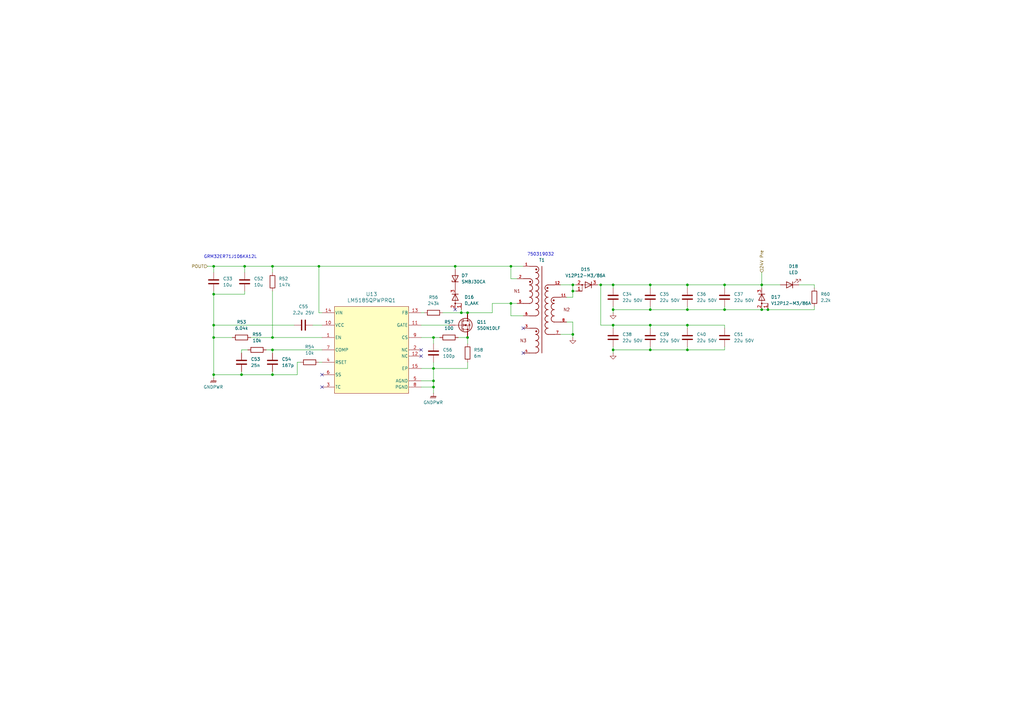
<source format=kicad_sch>
(kicad_sch
	(version 20250114)
	(generator "eeschema")
	(generator_version "9.0")
	(uuid "9b16bb72-4436-45bf-83ef-ad9f4ea1aa7c")
	(paper "A3")
	(lib_symbols
		(symbol "Device:C"
			(pin_numbers
				(hide yes)
			)
			(pin_names
				(offset 0.254)
			)
			(exclude_from_sim no)
			(in_bom yes)
			(on_board yes)
			(property "Reference" "C"
				(at 0.635 2.54 0)
				(effects
					(font
						(size 1.27 1.27)
					)
					(justify left)
				)
			)
			(property "Value" "C"
				(at 0.635 -2.54 0)
				(effects
					(font
						(size 1.27 1.27)
					)
					(justify left)
				)
			)
			(property "Footprint" ""
				(at 0.9652 -3.81 0)
				(effects
					(font
						(size 1.27 1.27)
					)
					(hide yes)
				)
			)
			(property "Datasheet" "~"
				(at 0 0 0)
				(effects
					(font
						(size 1.27 1.27)
					)
					(hide yes)
				)
			)
			(property "Description" "Unpolarized capacitor"
				(at 0 0 0)
				(effects
					(font
						(size 1.27 1.27)
					)
					(hide yes)
				)
			)
			(property "ki_keywords" "cap capacitor"
				(at 0 0 0)
				(effects
					(font
						(size 1.27 1.27)
					)
					(hide yes)
				)
			)
			(property "ki_fp_filters" "C_*"
				(at 0 0 0)
				(effects
					(font
						(size 1.27 1.27)
					)
					(hide yes)
				)
			)
			(symbol "C_0_1"
				(polyline
					(pts
						(xy -2.032 0.762) (xy 2.032 0.762)
					)
					(stroke
						(width 0.508)
						(type default)
					)
					(fill
						(type none)
					)
				)
				(polyline
					(pts
						(xy -2.032 -0.762) (xy 2.032 -0.762)
					)
					(stroke
						(width 0.508)
						(type default)
					)
					(fill
						(type none)
					)
				)
			)
			(symbol "C_1_1"
				(pin passive line
					(at 0 3.81 270)
					(length 2.794)
					(name "~"
						(effects
							(font
								(size 1.27 1.27)
							)
						)
					)
					(number "1"
						(effects
							(font
								(size 1.27 1.27)
							)
						)
					)
				)
				(pin passive line
					(at 0 -3.81 90)
					(length 2.794)
					(name "~"
						(effects
							(font
								(size 1.27 1.27)
							)
						)
					)
					(number "2"
						(effects
							(font
								(size 1.27 1.27)
							)
						)
					)
				)
			)
			(embedded_fonts no)
		)
		(symbol "Device:D_AAK"
			(pin_names
				(offset 0)
				(hide yes)
			)
			(exclude_from_sim no)
			(in_bom yes)
			(on_board yes)
			(property "Reference" "D"
				(at 0 2.54 0)
				(effects
					(font
						(size 1.27 1.27)
					)
				)
			)
			(property "Value" "D_AAK"
				(at 0 -2.54 0)
				(effects
					(font
						(size 1.27 1.27)
					)
				)
			)
			(property "Footprint" ""
				(at 0 0 0)
				(effects
					(font
						(size 1.27 1.27)
					)
					(hide yes)
				)
			)
			(property "Datasheet" "~"
				(at 0 0 0)
				(effects
					(font
						(size 1.27 1.27)
					)
					(hide yes)
				)
			)
			(property "Description" "Diode, anode on pins 1 and 2"
				(at 0 0 0)
				(effects
					(font
						(size 1.27 1.27)
					)
					(hide yes)
				)
			)
			(property "ki_keywords" "diode"
				(at 0 0 0)
				(effects
					(font
						(size 1.27 1.27)
					)
					(hide yes)
				)
			)
			(property "ki_fp_filters" "TO-???* *_Diode_* *SingleDiode* D_*"
				(at 0 0 0)
				(effects
					(font
						(size 1.27 1.27)
					)
					(hide yes)
				)
			)
			(symbol "D_AAK_0_1"
				(polyline
					(pts
						(xy -1.27 1.27) (xy -1.27 -1.27)
					)
					(stroke
						(width 0.254)
						(type default)
					)
					(fill
						(type none)
					)
				)
				(polyline
					(pts
						(xy 1.27 1.27) (xy 1.27 -1.27) (xy -1.27 0) (xy 1.27 1.27)
					)
					(stroke
						(width 0.254)
						(type default)
					)
					(fill
						(type none)
					)
				)
				(circle
					(center 2.54 0)
					(radius 0.254)
					(stroke
						(width 0)
						(type default)
					)
					(fill
						(type outline)
					)
				)
				(polyline
					(pts
						(xy 3.81 2.54) (xy 2.54 2.54) (xy 2.54 0) (xy -1.27 0)
					)
					(stroke
						(width 0)
						(type default)
					)
					(fill
						(type none)
					)
				)
			)
			(symbol "D_AAK_1_1"
				(pin passive line
					(at -3.81 0 0)
					(length 2.54)
					(name "K"
						(effects
							(font
								(size 1.27 1.27)
							)
						)
					)
					(number "3"
						(effects
							(font
								(size 1.27 1.27)
							)
						)
					)
				)
				(pin passive line
					(at 5.08 2.54 180)
					(length 2.54)
					(name "A"
						(effects
							(font
								(size 1.27 1.27)
							)
						)
					)
					(number "1"
						(effects
							(font
								(size 1.27 1.27)
							)
						)
					)
				)
				(pin passive line
					(at 5.08 0 180)
					(length 2.54)
					(name "A"
						(effects
							(font
								(size 1.27 1.27)
							)
						)
					)
					(number "2"
						(effects
							(font
								(size 1.27 1.27)
							)
						)
					)
				)
			)
			(embedded_fonts no)
		)
		(symbol "Device:D_Zener"
			(pin_numbers
				(hide yes)
			)
			(pin_names
				(offset 1.016)
				(hide yes)
			)
			(exclude_from_sim no)
			(in_bom yes)
			(on_board yes)
			(property "Reference" "D"
				(at 0 2.54 0)
				(effects
					(font
						(size 1.27 1.27)
					)
				)
			)
			(property "Value" "D_Zener"
				(at 0 -2.54 0)
				(effects
					(font
						(size 1.27 1.27)
					)
				)
			)
			(property "Footprint" ""
				(at 0 0 0)
				(effects
					(font
						(size 1.27 1.27)
					)
					(hide yes)
				)
			)
			(property "Datasheet" "~"
				(at 0 0 0)
				(effects
					(font
						(size 1.27 1.27)
					)
					(hide yes)
				)
			)
			(property "Description" "Zener diode"
				(at 0 0 0)
				(effects
					(font
						(size 1.27 1.27)
					)
					(hide yes)
				)
			)
			(property "ki_keywords" "diode"
				(at 0 0 0)
				(effects
					(font
						(size 1.27 1.27)
					)
					(hide yes)
				)
			)
			(property "ki_fp_filters" "TO-???* *_Diode_* *SingleDiode* D_*"
				(at 0 0 0)
				(effects
					(font
						(size 1.27 1.27)
					)
					(hide yes)
				)
			)
			(symbol "D_Zener_0_1"
				(polyline
					(pts
						(xy -1.27 -1.27) (xy -1.27 1.27) (xy -0.762 1.27)
					)
					(stroke
						(width 0.254)
						(type default)
					)
					(fill
						(type none)
					)
				)
				(polyline
					(pts
						(xy 1.27 0) (xy -1.27 0)
					)
					(stroke
						(width 0)
						(type default)
					)
					(fill
						(type none)
					)
				)
				(polyline
					(pts
						(xy 1.27 -1.27) (xy 1.27 1.27) (xy -1.27 0) (xy 1.27 -1.27)
					)
					(stroke
						(width 0.254)
						(type default)
					)
					(fill
						(type none)
					)
				)
			)
			(symbol "D_Zener_1_1"
				(pin passive line
					(at -3.81 0 0)
					(length 2.54)
					(name "K"
						(effects
							(font
								(size 1.27 1.27)
							)
						)
					)
					(number "1"
						(effects
							(font
								(size 1.27 1.27)
							)
						)
					)
				)
				(pin passive line
					(at 3.81 0 180)
					(length 2.54)
					(name "A"
						(effects
							(font
								(size 1.27 1.27)
							)
						)
					)
					(number "2"
						(effects
							(font
								(size 1.27 1.27)
							)
						)
					)
				)
			)
			(embedded_fonts no)
		)
		(symbol "Device:LED"
			(pin_numbers
				(hide yes)
			)
			(pin_names
				(offset 1.016)
				(hide yes)
			)
			(exclude_from_sim no)
			(in_bom yes)
			(on_board yes)
			(property "Reference" "D"
				(at 0 2.54 0)
				(effects
					(font
						(size 1.27 1.27)
					)
				)
			)
			(property "Value" "LED"
				(at 0 -2.54 0)
				(effects
					(font
						(size 1.27 1.27)
					)
				)
			)
			(property "Footprint" ""
				(at 0 0 0)
				(effects
					(font
						(size 1.27 1.27)
					)
					(hide yes)
				)
			)
			(property "Datasheet" "~"
				(at 0 0 0)
				(effects
					(font
						(size 1.27 1.27)
					)
					(hide yes)
				)
			)
			(property "Description" "Light emitting diode"
				(at 0 0 0)
				(effects
					(font
						(size 1.27 1.27)
					)
					(hide yes)
				)
			)
			(property "Sim.Pins" "1=K 2=A"
				(at 0 0 0)
				(effects
					(font
						(size 1.27 1.27)
					)
					(hide yes)
				)
			)
			(property "ki_keywords" "LED diode"
				(at 0 0 0)
				(effects
					(font
						(size 1.27 1.27)
					)
					(hide yes)
				)
			)
			(property "ki_fp_filters" "LED* LED_SMD:* LED_THT:*"
				(at 0 0 0)
				(effects
					(font
						(size 1.27 1.27)
					)
					(hide yes)
				)
			)
			(symbol "LED_0_1"
				(polyline
					(pts
						(xy -3.048 -0.762) (xy -4.572 -2.286) (xy -3.81 -2.286) (xy -4.572 -2.286) (xy -4.572 -1.524)
					)
					(stroke
						(width 0)
						(type default)
					)
					(fill
						(type none)
					)
				)
				(polyline
					(pts
						(xy -1.778 -0.762) (xy -3.302 -2.286) (xy -2.54 -2.286) (xy -3.302 -2.286) (xy -3.302 -1.524)
					)
					(stroke
						(width 0)
						(type default)
					)
					(fill
						(type none)
					)
				)
				(polyline
					(pts
						(xy -1.27 0) (xy 1.27 0)
					)
					(stroke
						(width 0)
						(type default)
					)
					(fill
						(type none)
					)
				)
				(polyline
					(pts
						(xy -1.27 -1.27) (xy -1.27 1.27)
					)
					(stroke
						(width 0.254)
						(type default)
					)
					(fill
						(type none)
					)
				)
				(polyline
					(pts
						(xy 1.27 -1.27) (xy 1.27 1.27) (xy -1.27 0) (xy 1.27 -1.27)
					)
					(stroke
						(width 0.254)
						(type default)
					)
					(fill
						(type none)
					)
				)
			)
			(symbol "LED_1_1"
				(pin passive line
					(at -3.81 0 0)
					(length 2.54)
					(name "K"
						(effects
							(font
								(size 1.27 1.27)
							)
						)
					)
					(number "1"
						(effects
							(font
								(size 1.27 1.27)
							)
						)
					)
				)
				(pin passive line
					(at 3.81 0 180)
					(length 2.54)
					(name "A"
						(effects
							(font
								(size 1.27 1.27)
							)
						)
					)
					(number "2"
						(effects
							(font
								(size 1.27 1.27)
							)
						)
					)
				)
			)
			(embedded_fonts no)
		)
		(symbol "Device:Q_NMOS"
			(pin_numbers
				(hide yes)
			)
			(pin_names
				(offset 0)
				(hide yes)
			)
			(exclude_from_sim no)
			(in_bom yes)
			(on_board yes)
			(property "Reference" "Q11"
				(at 6.35 1.2701 0)
				(effects
					(font
						(size 1.27 1.27)
					)
					(justify left)
				)
			)
			(property "Value" "S50N10LF"
				(at 6.35 -1.2699 0)
				(effects
					(font
						(size 1.27 1.27)
					)
					(justify left)
				)
			)
			(property "Footprint" "Package_DFN_QFN:PQFN-8-EP_6x5mm_P1.27mm_Generic"
				(at 5.08 2.54 0)
				(effects
					(font
						(size 1.27 1.27)
					)
					(hide yes)
				)
			)
			(property "Datasheet" "~"
				(at 0 0 0)
				(effects
					(font
						(size 1.27 1.27)
					)
					(hide yes)
				)
			)
			(property "Description" "N-MOSFET transistor"
				(at 0 5.588 0)
				(effects
					(font
						(size 1.27 1.27)
					)
					(hide yes)
				)
			)
			(property "ki_keywords" "NMOS N-MOS"
				(at 0 0 0)
				(effects
					(font
						(size 1.27 1.27)
					)
					(hide yes)
				)
			)
			(symbol "Q_NMOS_0_1"
				(polyline
					(pts
						(xy 0.254 1.905) (xy 0.254 -1.905)
					)
					(stroke
						(width 0.254)
						(type default)
					)
					(fill
						(type none)
					)
				)
				(polyline
					(pts
						(xy 0.254 0) (xy -2.54 0)
					)
					(stroke
						(width 0)
						(type default)
					)
					(fill
						(type none)
					)
				)
				(polyline
					(pts
						(xy 0.762 2.286) (xy 0.762 1.27)
					)
					(stroke
						(width 0.254)
						(type default)
					)
					(fill
						(type none)
					)
				)
				(polyline
					(pts
						(xy 0.762 0.508) (xy 0.762 -0.508)
					)
					(stroke
						(width 0.254)
						(type default)
					)
					(fill
						(type none)
					)
				)
				(polyline
					(pts
						(xy 0.762 -1.27) (xy 0.762 -2.286)
					)
					(stroke
						(width 0.254)
						(type default)
					)
					(fill
						(type none)
					)
				)
				(polyline
					(pts
						(xy 0.762 -1.778) (xy 3.302 -1.778) (xy 3.302 1.778) (xy 0.762 1.778)
					)
					(stroke
						(width 0)
						(type default)
					)
					(fill
						(type none)
					)
				)
				(polyline
					(pts
						(xy 1.016 0) (xy 2.032 0.381) (xy 2.032 -0.381) (xy 1.016 0)
					)
					(stroke
						(width 0)
						(type default)
					)
					(fill
						(type outline)
					)
				)
				(circle
					(center 1.651 0)
					(radius 2.794)
					(stroke
						(width 0.254)
						(type default)
					)
					(fill
						(type none)
					)
				)
				(polyline
					(pts
						(xy 2.54 2.54) (xy 2.54 1.778)
					)
					(stroke
						(width 0)
						(type default)
					)
					(fill
						(type none)
					)
				)
				(circle
					(center 2.54 1.778)
					(radius 0.254)
					(stroke
						(width 0)
						(type default)
					)
					(fill
						(type outline)
					)
				)
				(circle
					(center 2.54 -1.778)
					(radius 0.254)
					(stroke
						(width 0)
						(type default)
					)
					(fill
						(type outline)
					)
				)
				(polyline
					(pts
						(xy 2.54 -2.54) (xy 2.54 0) (xy 0.762 0)
					)
					(stroke
						(width 0)
						(type default)
					)
					(fill
						(type none)
					)
				)
				(polyline
					(pts
						(xy 2.921 0.381) (xy 3.683 0.381)
					)
					(stroke
						(width 0)
						(type default)
					)
					(fill
						(type none)
					)
				)
				(polyline
					(pts
						(xy 3.302 0.381) (xy 2.921 -0.254) (xy 3.683 -0.254) (xy 3.302 0.381)
					)
					(stroke
						(width 0)
						(type default)
					)
					(fill
						(type none)
					)
				)
			)
			(symbol "Q_NMOS_1_1"
				(pin input line
					(at -5.08 0 0)
					(length 2.54)
					(name "G"
						(effects
							(font
								(size 1.27 1.27)
							)
						)
					)
					(number "4"
						(effects
							(font
								(size 1.27 1.27)
							)
						)
					)
				)
				(pin passive line
					(at 2.54 5.08 270)
					(length 2.54)
					(name "D"
						(effects
							(font
								(size 1.27 1.27)
							)
						)
					)
					(number "5"
						(effects
							(font
								(size 1.27 1.27)
							)
						)
					)
				)
				(pin passive line
					(at 2.54 5.08 270)
					(length 2.54)
					(name "D"
						(effects
							(font
								(size 1.27 1.27)
							)
						)
					)
					(number "6"
						(effects
							(font
								(size 1.27 1.27)
							)
						)
					)
				)
				(pin passive line
					(at 2.54 5.08 270)
					(length 2.54)
					(name "D"
						(effects
							(font
								(size 1.27 1.27)
							)
						)
					)
					(number "7"
						(effects
							(font
								(size 1.27 1.27)
							)
						)
					)
				)
				(pin passive line
					(at 2.54 5.08 270)
					(length 2.54)
					(name "D"
						(effects
							(font
								(size 1.27 1.27)
							)
						)
					)
					(number "8"
						(effects
							(font
								(size 1.27 1.27)
							)
						)
					)
				)
				(pin passive line
					(at 2.54 5.08 270)
					(length 2.54)
					(name "D"
						(effects
							(font
								(size 1.27 1.27)
							)
						)
					)
					(number "9"
						(effects
							(font
								(size 1.27 1.27)
							)
						)
					)
				)
				(pin passive line
					(at 2.54 -5.08 90)
					(length 2.54)
					(name "S"
						(effects
							(font
								(size 1.27 1.27)
							)
						)
					)
					(number "1"
						(effects
							(font
								(size 1.27 1.27)
							)
						)
					)
				)
				(pin passive line
					(at 2.54 -5.08 90)
					(length 2.54)
					(name "S"
						(effects
							(font
								(size 1.27 1.27)
							)
						)
					)
					(number "2"
						(effects
							(font
								(size 1.27 1.27)
							)
						)
					)
				)
				(pin passive line
					(at 2.54 -5.08 90)
					(length 2.54)
					(name "S"
						(effects
							(font
								(size 1.27 1.27)
							)
						)
					)
					(number "3"
						(effects
							(font
								(size 1.27 1.27)
							)
						)
					)
				)
			)
			(embedded_fonts no)
		)
		(symbol "Device:R"
			(pin_numbers
				(hide yes)
			)
			(pin_names
				(offset 0)
			)
			(exclude_from_sim no)
			(in_bom yes)
			(on_board yes)
			(property "Reference" "R"
				(at 2.032 0 90)
				(effects
					(font
						(size 1.27 1.27)
					)
				)
			)
			(property "Value" "R"
				(at 0 0 90)
				(effects
					(font
						(size 1.27 1.27)
					)
				)
			)
			(property "Footprint" ""
				(at -1.778 0 90)
				(effects
					(font
						(size 1.27 1.27)
					)
					(hide yes)
				)
			)
			(property "Datasheet" "~"
				(at 0 0 0)
				(effects
					(font
						(size 1.27 1.27)
					)
					(hide yes)
				)
			)
			(property "Description" "Resistor"
				(at 0 0 0)
				(effects
					(font
						(size 1.27 1.27)
					)
					(hide yes)
				)
			)
			(property "ki_keywords" "R res resistor"
				(at 0 0 0)
				(effects
					(font
						(size 1.27 1.27)
					)
					(hide yes)
				)
			)
			(property "ki_fp_filters" "R_*"
				(at 0 0 0)
				(effects
					(font
						(size 1.27 1.27)
					)
					(hide yes)
				)
			)
			(symbol "R_0_1"
				(rectangle
					(start -1.016 -2.54)
					(end 1.016 2.54)
					(stroke
						(width 0.254)
						(type default)
					)
					(fill
						(type none)
					)
				)
			)
			(symbol "R_1_1"
				(pin passive line
					(at 0 3.81 270)
					(length 1.27)
					(name "~"
						(effects
							(font
								(size 1.27 1.27)
							)
						)
					)
					(number "1"
						(effects
							(font
								(size 1.27 1.27)
							)
						)
					)
				)
				(pin passive line
					(at 0 -3.81 90)
					(length 1.27)
					(name "~"
						(effects
							(font
								(size 1.27 1.27)
							)
						)
					)
					(number "2"
						(effects
							(font
								(size 1.27 1.27)
							)
						)
					)
				)
			)
			(embedded_fonts no)
		)
		(symbol "Tutor_Common_Parts:750319032"
			(pin_names
				(offset 1.016)
			)
			(exclude_from_sim no)
			(in_bom yes)
			(on_board yes)
			(property "Reference" "T"
				(at 0 19.05 0)
				(effects
					(font
						(size 1.27 1.27)
					)
					(justify bottom)
				)
			)
			(property "Value" "750319032"
				(at 0 0 0)
				(effects
					(font
						(size 1.27 1.27)
					)
					(justify bottom)
					(hide yes)
				)
			)
			(property "Footprint" "750319032:WE-POE___EFD25_L32.45W27.03H13.97"
				(at 0 0 0)
				(effects
					(font
						(size 1.27 1.27)
					)
					(justify bottom)
					(hide yes)
				)
			)
			(property "Datasheet" "https://www.we-online.com/components/products/datasheet/750319032.pdf"
				(at 0 0 0)
				(effects
					(font
						(size 1.27 1.27)
					)
					(hide yes)
				)
			)
			(property "Description" ""
				(at 0 0 0)
				(effects
					(font
						(size 1.27 1.27)
					)
					(hide yes)
				)
			)
			(property "VAUX" "12V"
				(at 0 0 0)
				(effects
					(font
						(size 1.27 1.27)
					)
					(justify bottom)
					(hide yes)
				)
			)
			(property "VIN" "33 - 57 V (DC)"
				(at 0 0 0)
				(effects
					(font
						(size 1.27 1.27)
					)
					(justify bottom)
					(hide yes)
				)
			)
			(property "L" "22uH"
				(at 0 0 0)
				(effects
					(font
						(size 1.27 1.27)
					)
					(justify bottom)
					(hide yes)
				)
			)
			(property "IO1" "4A"
				(at 0 0 0)
				(effects
					(font
						(size 1.27 1.27)
					)
					(justify bottom)
					(hide yes)
				)
			)
			(property "N" "2.4:2:1"
				(at 0 0 0)
				(effects
					(font
						(size 1.27 1.27)
					)
					(justify bottom)
					(hide yes)
				)
			)
			(property "VERSION" "CCM Flyback"
				(at 0 0 0)
				(effects
					(font
						(size 1.27 1.27)
					)
					(justify bottom)
					(hide yes)
				)
			)
			(property "DATASHEET-URL" "https://www.we-online.com/redexpert/spec/750319032?ae"
				(at 0 0 0)
				(effects
					(font
						(size 1.27 1.27)
					)
					(justify bottom)
					(hide yes)
				)
			)
			(property "VO1" "24V"
				(at 0 0 0)
				(effects
					(font
						(size 1.27 1.27)
					)
					(justify bottom)
					(hide yes)
				)
			)
			(property "PART-NUMBER" "750319032"
				(at 0 0 0)
				(effects
					(font
						(size 1.27 1.27)
					)
					(justify bottom)
					(hide yes)
				)
			)
			(property "VT" "1500V(AC)"
				(at 0 0 0)
				(effects
					(font
						(size 1.27 1.27)
					)
					(justify bottom)
					(hide yes)
				)
			)
			(property "ISAT" "10.8A"
				(at 0 0 0)
				(effects
					(font
						(size 1.27 1.27)
					)
					(justify bottom)
					(hide yes)
				)
			)
			(property "SIZE" "EFD25"
				(at 0 0 0)
				(effects
					(font
						(size 1.27 1.27)
					)
					(justify bottom)
					(hide yes)
				)
			)
			(symbol "750319032_0_0"
				(arc
					(start -5.08 12.7)
					(mid -3.8155 11.43)
					(end -5.08 10.16)
					(stroke
						(width 0.254)
						(type default)
					)
					(fill
						(type none)
					)
				)
				(arc
					(start -5.08 10.16)
					(mid -3.8155 8.89)
					(end -5.08 7.62)
					(stroke
						(width 0.254)
						(type default)
					)
					(fill
						(type none)
					)
				)
				(arc
					(start -5.08 7.62)
					(mid -3.8155 6.35)
					(end -5.08 5.08)
					(stroke
						(width 0.254)
						(type default)
					)
					(fill
						(type none)
					)
				)
				(arc
					(start -5.08 5.08)
					(mid -3.8155 3.81)
					(end -5.08 2.54)
					(stroke
						(width 0.254)
						(type default)
					)
					(fill
						(type none)
					)
				)
				(polyline
					(pts
						(xy -5.08 12.7) (xy -7.62 12.7)
					)
					(stroke
						(width 0.254)
						(type default)
					)
					(fill
						(type none)
					)
				)
				(polyline
					(pts
						(xy -5.08 2.54) (xy -7.62 2.54)
					)
					(stroke
						(width 0.254)
						(type default)
					)
					(fill
						(type none)
					)
				)
				(circle
					(center -4.826 11.43)
					(radius 0.2032)
					(stroke
						(width 0.381)
						(type default)
					)
					(fill
						(type none)
					)
				)
				(arc
					(start -2.54 17.78)
					(mid -1.2755 16.51)
					(end -2.54 15.24)
					(stroke
						(width 0.254)
						(type default)
					)
					(fill
						(type none)
					)
				)
				(arc
					(start -2.54 15.24)
					(mid -1.2755 13.97)
					(end -2.54 12.7)
					(stroke
						(width 0.254)
						(type default)
					)
					(fill
						(type none)
					)
				)
				(arc
					(start -2.54 12.7)
					(mid -1.2755 11.43)
					(end -2.54 10.16)
					(stroke
						(width 0.254)
						(type default)
					)
					(fill
						(type none)
					)
				)
				(arc
					(start -2.54 10.16)
					(mid -1.2755 8.89)
					(end -2.54 7.62)
					(stroke
						(width 0.254)
						(type default)
					)
					(fill
						(type none)
					)
				)
				(arc
					(start -2.54 7.62)
					(mid -1.2755 6.35)
					(end -2.54 5.08)
					(stroke
						(width 0.254)
						(type default)
					)
					(fill
						(type none)
					)
				)
				(arc
					(start -2.54 5.08)
					(mid -1.2755 3.81)
					(end -2.54 2.54)
					(stroke
						(width 0.254)
						(type default)
					)
					(fill
						(type none)
					)
				)
				(arc
					(start -2.54 2.54)
					(mid -1.2755 1.27)
					(end -2.54 0)
					(stroke
						(width 0.254)
						(type default)
					)
					(fill
						(type none)
					)
				)
				(arc
					(start -2.54 0)
					(mid -1.2755 -1.27)
					(end -2.54 -2.54)
					(stroke
						(width 0.254)
						(type default)
					)
					(fill
						(type none)
					)
				)
				(arc
					(start -2.54 -7.62)
					(mid -1.2755 -8.89)
					(end -2.54 -10.16)
					(stroke
						(width 0.254)
						(type default)
					)
					(fill
						(type none)
					)
				)
				(arc
					(start -2.54 -10.16)
					(mid -1.2755 -11.43)
					(end -2.54 -12.7)
					(stroke
						(width 0.254)
						(type default)
					)
					(fill
						(type none)
					)
				)
				(arc
					(start -2.54 -12.7)
					(mid -1.2755 -13.97)
					(end -2.54 -15.24)
					(stroke
						(width 0.254)
						(type default)
					)
					(fill
						(type none)
					)
				)
				(arc
					(start -2.54 -15.24)
					(mid -1.2755 -16.51)
					(end -2.54 -17.78)
					(stroke
						(width 0.254)
						(type default)
					)
					(fill
						(type none)
					)
				)
				(polyline
					(pts
						(xy -2.54 17.78) (xy -5.08 17.78)
					)
					(stroke
						(width 0.254)
						(type default)
					)
					(fill
						(type none)
					)
				)
				(polyline
					(pts
						(xy -2.54 -2.54) (xy -5.08 -2.54)
					)
					(stroke
						(width 0.254)
						(type default)
					)
					(fill
						(type none)
					)
				)
				(polyline
					(pts
						(xy -2.54 -7.62) (xy -5.08 -7.62)
					)
					(stroke
						(width 0.254)
						(type default)
					)
					(fill
						(type none)
					)
				)
				(polyline
					(pts
						(xy -2.54 -17.78) (xy -5.08 -17.78)
					)
					(stroke
						(width 0.254)
						(type default)
					)
					(fill
						(type none)
					)
				)
				(circle
					(center -2.286 16.51)
					(radius 0.2032)
					(stroke
						(width 0.381)
						(type default)
					)
					(fill
						(type none)
					)
				)
				(circle
					(center -2.286 -8.89)
					(radius 0.2032)
					(stroke
						(width 0.381)
						(type default)
					)
					(fill
						(type none)
					)
				)
				(polyline
					(pts
						(xy 0 17.78) (xy 0 -17.78)
					)
					(stroke
						(width 0.254)
						(type default)
					)
					(fill
						(type none)
					)
				)
				(circle
					(center 2.286 8.89)
					(radius 0.2032)
					(stroke
						(width 0.381)
						(type default)
					)
					(fill
						(type none)
					)
				)
				(polyline
					(pts
						(xy 2.54 10.16) (xy 5.08 10.16)
					)
					(stroke
						(width 0.254)
						(type default)
					)
					(fill
						(type none)
					)
				)
				(polyline
					(pts
						(xy 2.54 -10.16) (xy 5.08 -10.16)
					)
					(stroke
						(width 0.254)
						(type default)
					)
					(fill
						(type none)
					)
				)
				(arc
					(start 2.54 7.62)
					(mid 1.2755 8.89)
					(end 2.54 10.16)
					(stroke
						(width 0.254)
						(type default)
					)
					(fill
						(type none)
					)
				)
				(arc
					(start 2.54 5.08)
					(mid 1.2755 6.35)
					(end 2.54 7.62)
					(stroke
						(width 0.254)
						(type default)
					)
					(fill
						(type none)
					)
				)
				(arc
					(start 2.54 2.54)
					(mid 1.2755 3.81)
					(end 2.54 5.08)
					(stroke
						(width 0.254)
						(type default)
					)
					(fill
						(type none)
					)
				)
				(arc
					(start 2.54 0)
					(mid 1.2755 1.27)
					(end 2.54 2.54)
					(stroke
						(width 0.254)
						(type default)
					)
					(fill
						(type none)
					)
				)
				(arc
					(start 2.54 -2.54)
					(mid 1.2755 -1.27)
					(end 2.54 0)
					(stroke
						(width 0.254)
						(type default)
					)
					(fill
						(type none)
					)
				)
				(arc
					(start 2.54 -5.08)
					(mid 1.2755 -3.81)
					(end 2.54 -2.54)
					(stroke
						(width 0.254)
						(type default)
					)
					(fill
						(type none)
					)
				)
				(arc
					(start 2.54 -7.62)
					(mid 1.2755 -6.35)
					(end 2.54 -5.08)
					(stroke
						(width 0.254)
						(type default)
					)
					(fill
						(type none)
					)
				)
				(arc
					(start 2.54 -10.16)
					(mid 1.2755 -8.89)
					(end 2.54 -7.62)
					(stroke
						(width 0.254)
						(type default)
					)
					(fill
						(type none)
					)
				)
				(circle
					(center 4.826 3.81)
					(radius 0.2032)
					(stroke
						(width 0.381)
						(type default)
					)
					(fill
						(type none)
					)
				)
				(polyline
					(pts
						(xy 5.08 5.08) (xy 7.62 5.08)
					)
					(stroke
						(width 0.254)
						(type default)
					)
					(fill
						(type none)
					)
				)
				(polyline
					(pts
						(xy 5.08 -5.08) (xy 7.62 -5.08)
					)
					(stroke
						(width 0.254)
						(type default)
					)
					(fill
						(type none)
					)
				)
				(arc
					(start 5.08 2.54)
					(mid 3.8155 3.81)
					(end 5.08 5.08)
					(stroke
						(width 0.254)
						(type default)
					)
					(fill
						(type none)
					)
				)
				(arc
					(start 5.08 0)
					(mid 3.8155 1.27)
					(end 5.08 2.54)
					(stroke
						(width 0.254)
						(type default)
					)
					(fill
						(type none)
					)
				)
				(arc
					(start 5.08 -2.54)
					(mid 3.8155 -1.27)
					(end 5.08 0)
					(stroke
						(width 0.254)
						(type default)
					)
					(fill
						(type none)
					)
				)
				(arc
					(start 5.08 -5.08)
					(mid 3.8155 -3.81)
					(end 5.08 -2.54)
					(stroke
						(width 0.254)
						(type default)
					)
					(fill
						(type none)
					)
				)
				(text "N1"
					(at -10.16 7.62 0)
					(effects
						(font
							(size 1.27 1.27)
						)
					)
				)
				(text "N3"
					(at -7.62 -12.7 0)
					(effects
						(font
							(size 1.27 1.27)
						)
					)
				)
				(text "N2"
					(at 10.16 0 0)
					(effects
						(font
							(size 1.27 1.27)
						)
					)
				)
				(pin passive line
					(at -10.16 12.7 0)
					(length 2.54)
					(name "~"
						(effects
							(font
								(size 1.016 1.016)
							)
						)
					)
					(number "2"
						(effects
							(font
								(size 1.016 1.016)
							)
						)
					)
				)
				(pin passive line
					(at -10.16 2.54 0)
					(length 2.54)
					(name "~"
						(effects
							(font
								(size 1.016 1.016)
							)
						)
					)
					(number "5"
						(effects
							(font
								(size 1.016 1.016)
							)
						)
					)
				)
				(pin passive line
					(at -7.62 17.78 0)
					(length 2.54)
					(name "~"
						(effects
							(font
								(size 1.016 1.016)
							)
						)
					)
					(number "1"
						(effects
							(font
								(size 1.016 1.016)
							)
						)
					)
				)
				(pin passive line
					(at -7.62 -2.54 0)
					(length 2.54)
					(name "~"
						(effects
							(font
								(size 1.016 1.016)
							)
						)
					)
					(number "6"
						(effects
							(font
								(size 1.016 1.016)
							)
						)
					)
				)
				(pin passive line
					(at -7.62 -7.62 0)
					(length 2.54)
					(name "~"
						(effects
							(font
								(size 1.016 1.016)
							)
						)
					)
					(number "3"
						(effects
							(font
								(size 1.016 1.016)
							)
						)
					)
				)
				(pin passive line
					(at -7.62 -17.78 0)
					(length 2.54)
					(name "~"
						(effects
							(font
								(size 1.016 1.016)
							)
						)
					)
					(number "4"
						(effects
							(font
								(size 1.016 1.016)
							)
						)
					)
				)
				(pin passive line
					(at 7.62 10.16 180)
					(length 2.54)
					(name "~"
						(effects
							(font
								(size 1.016 1.016)
							)
						)
					)
					(number "12"
						(effects
							(font
								(size 1.016 1.016)
							)
						)
					)
				)
				(pin passive line
					(at 7.62 -10.16 180)
					(length 2.54)
					(name "~"
						(effects
							(font
								(size 1.016 1.016)
							)
						)
					)
					(number "7"
						(effects
							(font
								(size 1.016 1.016)
							)
						)
					)
				)
				(pin passive line
					(at 10.16 5.08 180)
					(length 2.54)
					(name "~"
						(effects
							(font
								(size 1.016 1.016)
							)
						)
					)
					(number "11"
						(effects
							(font
								(size 1.016 1.016)
							)
						)
					)
				)
				(pin passive line
					(at 10.16 -5.08 180)
					(length 2.54)
					(name "~"
						(effects
							(font
								(size 1.016 1.016)
							)
						)
					)
					(number "8"
						(effects
							(font
								(size 1.016 1.016)
							)
						)
					)
				)
			)
			(embedded_fonts no)
		)
		(symbol "Tutor_Common_Parts:LM5185QPWPRQ1"
			(pin_names
				(offset 0.254)
			)
			(exclude_from_sim no)
			(in_bom yes)
			(on_board yes)
			(property "Reference" "U"
				(at 0 2.54 0)
				(effects
					(font
						(size 1.524 1.524)
					)
				)
			)
			(property "Value" "LM5185QPWPRQ1"
				(at 0 0 0)
				(effects
					(font
						(size 1.524 1.524)
					)
				)
			)
			(property "Footprint" "Package_SO:TSSOP-14-1EP_4.4x5mm_P0.65mm"
				(at 0 0 0)
				(effects
					(font
						(size 1.27 1.27)
						(italic yes)
					)
					(hide yes)
				)
			)
			(property "Datasheet" "https://www.ti.com/lit/gpn/lm5185-q1"
				(at 0 0 0)
				(effects
					(font
						(size 1.27 1.27)
						(italic yes)
					)
					(hide yes)
				)
			)
			(property "Description" ""
				(at 0 0 0)
				(effects
					(font
						(size 1.27 1.27)
					)
					(hide yes)
				)
			)
			(property "ki_keywords" "LM5185QPWPRQ1"
				(at 0 0 0)
				(effects
					(font
						(size 1.27 1.27)
					)
					(hide yes)
				)
			)
			(property "ki_fp_filters" "PWP0014G-IPC_A PWP0014G-IPC_B PWP0014G-IPC_C PWP0014G-MFG"
				(at 0 0 0)
				(effects
					(font
						(size 1.27 1.27)
					)
					(hide yes)
				)
			)
			(symbol "LM5185QPWPRQ1_0_1"
				(pin power_in line
					(at 0 0 0)
					(length 5.08)
					(name "VIN"
						(effects
							(font
								(size 1.27 1.27)
							)
						)
					)
					(number "14"
						(effects
							(font
								(size 1.27 1.27)
							)
						)
					)
				)
				(pin power_in line
					(at 0 -5.08 0)
					(length 5.08)
					(name "VCC"
						(effects
							(font
								(size 1.27 1.27)
							)
						)
					)
					(number "10"
						(effects
							(font
								(size 1.27 1.27)
							)
						)
					)
				)
				(pin input line
					(at 0 -10.16 0)
					(length 5.08)
					(name "EN"
						(effects
							(font
								(size 1.27 1.27)
							)
						)
					)
					(number "1"
						(effects
							(font
								(size 1.27 1.27)
							)
						)
					)
				)
				(pin unspecified line
					(at 0 -15.24 0)
					(length 5.08)
					(name "COMP"
						(effects
							(font
								(size 1.27 1.27)
							)
						)
					)
					(number "7"
						(effects
							(font
								(size 1.27 1.27)
							)
						)
					)
				)
				(pin unspecified line
					(at 0 -20.32 0)
					(length 5.08)
					(name "RSET"
						(effects
							(font
								(size 1.27 1.27)
							)
						)
					)
					(number "4"
						(effects
							(font
								(size 1.27 1.27)
							)
						)
					)
				)
				(pin unspecified line
					(at 0 -25.4 0)
					(length 5.08)
					(name "SS"
						(effects
							(font
								(size 1.27 1.27)
							)
						)
					)
					(number "6"
						(effects
							(font
								(size 1.27 1.27)
							)
						)
					)
				)
				(pin unspecified line
					(at 0 -30.48 0)
					(length 5.08)
					(name "TC"
						(effects
							(font
								(size 1.27 1.27)
							)
						)
					)
					(number "3"
						(effects
							(font
								(size 1.27 1.27)
							)
						)
					)
				)
				(pin unspecified line
					(at 40.64 0 180)
					(length 5.08)
					(name "FB"
						(effects
							(font
								(size 1.27 1.27)
							)
						)
					)
					(number "13"
						(effects
							(font
								(size 1.27 1.27)
							)
						)
					)
				)
				(pin unspecified line
					(at 40.64 -5.08 180)
					(length 5.08)
					(name "GATE"
						(effects
							(font
								(size 1.27 1.27)
							)
						)
					)
					(number "11"
						(effects
							(font
								(size 1.27 1.27)
							)
						)
					)
				)
				(pin unspecified line
					(at 40.64 -10.16 180)
					(length 5.08)
					(name "CS"
						(effects
							(font
								(size 1.27 1.27)
							)
						)
					)
					(number "9"
						(effects
							(font
								(size 1.27 1.27)
							)
						)
					)
				)
				(pin unspecified line
					(at 40.64 -15.24 180)
					(length 5.08)
					(name "NC"
						(effects
							(font
								(size 1.27 1.27)
							)
						)
					)
					(number "2"
						(effects
							(font
								(size 1.27 1.27)
							)
						)
					)
				)
				(pin unspecified line
					(at 40.64 -17.78 180)
					(length 5.08)
					(name "NC"
						(effects
							(font
								(size 1.27 1.27)
							)
						)
					)
					(number "12"
						(effects
							(font
								(size 1.27 1.27)
							)
						)
					)
				)
				(pin unspecified line
					(at 40.64 -22.86 180)
					(length 5.08)
					(name "EP"
						(effects
							(font
								(size 1.27 1.27)
							)
						)
					)
					(number "15"
						(effects
							(font
								(size 1.27 1.27)
							)
						)
					)
				)
				(pin power_in line
					(at 40.64 -27.94 180)
					(length 5.08)
					(name "AGND"
						(effects
							(font
								(size 1.27 1.27)
							)
						)
					)
					(number "5"
						(effects
							(font
								(size 1.27 1.27)
							)
						)
					)
				)
				(pin power_in line
					(at 40.64 -30.48 180)
					(length 5.08)
					(name "PGND"
						(effects
							(font
								(size 1.27 1.27)
							)
						)
					)
					(number "8"
						(effects
							(font
								(size 1.27 1.27)
							)
						)
					)
				)
			)
			(symbol "LM5185QPWPRQ1_1_1"
				(rectangle
					(start 5.08 2.54)
					(end 35.56 -33.02)
					(stroke
						(width 0)
						(type solid)
					)
					(fill
						(type background)
					)
				)
			)
			(embedded_fonts no)
		)
		(symbol "power:GND"
			(power)
			(pin_numbers
				(hide yes)
			)
			(pin_names
				(offset 0)
				(hide yes)
			)
			(exclude_from_sim no)
			(in_bom yes)
			(on_board yes)
			(property "Reference" "#PWR"
				(at 0 -6.35 0)
				(effects
					(font
						(size 1.27 1.27)
					)
					(hide yes)
				)
			)
			(property "Value" "GND"
				(at 0 -3.81 0)
				(effects
					(font
						(size 1.27 1.27)
					)
				)
			)
			(property "Footprint" ""
				(at 0 0 0)
				(effects
					(font
						(size 1.27 1.27)
					)
					(hide yes)
				)
			)
			(property "Datasheet" ""
				(at 0 0 0)
				(effects
					(font
						(size 1.27 1.27)
					)
					(hide yes)
				)
			)
			(property "Description" "Power symbol creates a global label with name \"GND\" , ground"
				(at 0 0 0)
				(effects
					(font
						(size 1.27 1.27)
					)
					(hide yes)
				)
			)
			(property "ki_keywords" "global power"
				(at 0 0 0)
				(effects
					(font
						(size 1.27 1.27)
					)
					(hide yes)
				)
			)
			(symbol "GND_0_1"
				(polyline
					(pts
						(xy 0 0) (xy 0 -1.27) (xy 1.27 -1.27) (xy 0 -2.54) (xy -1.27 -1.27) (xy 0 -1.27)
					)
					(stroke
						(width 0)
						(type default)
					)
					(fill
						(type none)
					)
				)
			)
			(symbol "GND_1_1"
				(pin power_in line
					(at 0 0 270)
					(length 0)
					(name "~"
						(effects
							(font
								(size 1.27 1.27)
							)
						)
					)
					(number "1"
						(effects
							(font
								(size 1.27 1.27)
							)
						)
					)
				)
			)
			(embedded_fonts no)
		)
		(symbol "power:GNDPWR"
			(power)
			(pin_numbers
				(hide yes)
			)
			(pin_names
				(offset 0)
				(hide yes)
			)
			(exclude_from_sim no)
			(in_bom yes)
			(on_board yes)
			(property "Reference" "#PWR"
				(at 0 -5.08 0)
				(effects
					(font
						(size 1.27 1.27)
					)
					(hide yes)
				)
			)
			(property "Value" "GNDPWR"
				(at 0 -3.302 0)
				(effects
					(font
						(size 1.27 1.27)
					)
				)
			)
			(property "Footprint" ""
				(at 0 -1.27 0)
				(effects
					(font
						(size 1.27 1.27)
					)
					(hide yes)
				)
			)
			(property "Datasheet" ""
				(at 0 -1.27 0)
				(effects
					(font
						(size 1.27 1.27)
					)
					(hide yes)
				)
			)
			(property "Description" "Power symbol creates a global label with name \"GNDPWR\" , global ground"
				(at 0 0 0)
				(effects
					(font
						(size 1.27 1.27)
					)
					(hide yes)
				)
			)
			(property "ki_keywords" "global ground"
				(at 0 0 0)
				(effects
					(font
						(size 1.27 1.27)
					)
					(hide yes)
				)
			)
			(symbol "GNDPWR_0_1"
				(polyline
					(pts
						(xy -1.016 -1.27) (xy -1.27 -2.032) (xy -1.27 -2.032)
					)
					(stroke
						(width 0.2032)
						(type default)
					)
					(fill
						(type none)
					)
				)
				(polyline
					(pts
						(xy -0.508 -1.27) (xy -0.762 -2.032) (xy -0.762 -2.032)
					)
					(stroke
						(width 0.2032)
						(type default)
					)
					(fill
						(type none)
					)
				)
				(polyline
					(pts
						(xy 0 -1.27) (xy 0 0)
					)
					(stroke
						(width 0)
						(type default)
					)
					(fill
						(type none)
					)
				)
				(polyline
					(pts
						(xy 0 -1.27) (xy -0.254 -2.032) (xy -0.254 -2.032)
					)
					(stroke
						(width 0.2032)
						(type default)
					)
					(fill
						(type none)
					)
				)
				(polyline
					(pts
						(xy 0.508 -1.27) (xy 0.254 -2.032) (xy 0.254 -2.032)
					)
					(stroke
						(width 0.2032)
						(type default)
					)
					(fill
						(type none)
					)
				)
				(polyline
					(pts
						(xy 1.016 -1.27) (xy -1.016 -1.27) (xy -1.016 -1.27)
					)
					(stroke
						(width 0.2032)
						(type default)
					)
					(fill
						(type none)
					)
				)
				(polyline
					(pts
						(xy 1.016 -1.27) (xy 0.762 -2.032) (xy 0.762 -2.032) (xy 0.762 -2.032)
					)
					(stroke
						(width 0.2032)
						(type default)
					)
					(fill
						(type none)
					)
				)
			)
			(symbol "GNDPWR_1_1"
				(pin power_in line
					(at 0 0 270)
					(length 0)
					(name "~"
						(effects
							(font
								(size 1.27 1.27)
							)
						)
					)
					(number "1"
						(effects
							(font
								(size 1.27 1.27)
							)
						)
					)
				)
			)
			(embedded_fonts no)
		)
	)
	(text "750319032"
		(exclude_from_sim no)
		(at 221.742 104.394 0)
		(effects
			(font
				(size 1.27 1.27)
			)
		)
		(uuid "7ec45182-dfad-4a19-835d-30d8763479d3")
	)
	(text "GRM32ER71J106KA12L"
		(exclude_from_sim no)
		(at 94.488 105.41 0)
		(effects
			(font
				(size 1.27 1.27)
			)
		)
		(uuid "824fc07d-217a-4717-9b9a-a1c1a09c4afe")
	)
	(junction
		(at 297.18 127)
		(diameter 0)
		(color 0 0 0 0)
		(uuid "019b93d9-3b29-4227-a6fa-a35c5943d486")
	)
	(junction
		(at 191.77 128.27)
		(diameter 0)
		(color 0 0 0 0)
		(uuid "1457e4b1-9db9-4052-9187-e142baa99a5c")
	)
	(junction
		(at 99.06 153.67)
		(diameter 0)
		(color 0 0 0 0)
		(uuid "155a6988-d833-4462-a640-b87c425c675d")
	)
	(junction
		(at 177.8 156.21)
		(diameter 0)
		(color 0 0 0 0)
		(uuid "1608401c-e6bc-446d-aa0b-f32f7284bd1b")
	)
	(junction
		(at 177.8 158.75)
		(diameter 0)
		(color 0 0 0 0)
		(uuid "186e9b2f-059e-4a34-b1b9-d7d0700db8cd")
	)
	(junction
		(at 266.7 127)
		(diameter 0)
		(color 0 0 0 0)
		(uuid "26d9519e-2df7-451e-b262-1bfc06994296")
	)
	(junction
		(at 209.55 109.22)
		(diameter 0)
		(color 0 0 0 0)
		(uuid "3698f1ad-c691-4748-9e4b-06034e8140e5")
	)
	(junction
		(at 234.95 137.16)
		(diameter 0)
		(color 0 0 0 0)
		(uuid "39f2553b-1a53-4e3b-9d44-352d24b90ab1")
	)
	(junction
		(at 281.94 143.51)
		(diameter 0)
		(color 0 0 0 0)
		(uuid "3b926614-cc92-4802-9936-4d04a4ad7851")
	)
	(junction
		(at 246.38 116.84)
		(diameter 0)
		(color 0 0 0 0)
		(uuid "40bab60b-428c-4dd7-a5a8-26c085dfd660")
	)
	(junction
		(at 100.33 109.22)
		(diameter 0)
		(color 0 0 0 0)
		(uuid "447bcbaf-8477-4d93-8b03-b18c71484fdc")
	)
	(junction
		(at 251.46 127)
		(diameter 0)
		(color 0 0 0 0)
		(uuid "489c2a23-b826-4ce3-8bdc-772b2a9d85ef")
	)
	(junction
		(at 177.8 138.43)
		(diameter 0)
		(color 0 0 0 0)
		(uuid "5bc083fd-4603-4b8f-8534-dae1ae06fb1a")
	)
	(junction
		(at 297.18 116.84)
		(diameter 0)
		(color 0 0 0 0)
		(uuid "5e61277d-dda7-448e-bb83-9b8625b74712")
	)
	(junction
		(at 130.81 109.22)
		(diameter 0)
		(color 0 0 0 0)
		(uuid "60976afe-3806-448e-b03f-bdf4cc43d070")
	)
	(junction
		(at 189.23 128.27)
		(diameter 0)
		(color 0 0 0 0)
		(uuid "6271908f-cd00-42e9-bc14-99a23fb1f973")
	)
	(junction
		(at 87.63 153.67)
		(diameter 0)
		(color 0 0 0 0)
		(uuid "651260cd-c4a7-404a-a695-b0181d51a138")
	)
	(junction
		(at 266.7 116.84)
		(diameter 0)
		(color 0 0 0 0)
		(uuid "6874e07b-e694-4081-9845-c3e3079ea6fc")
	)
	(junction
		(at 191.77 138.43)
		(diameter 0)
		(color 0 0 0 0)
		(uuid "6b941e21-c138-43d3-afe7-40140257b26d")
	)
	(junction
		(at 251.46 133.35)
		(diameter 0)
		(color 0 0 0 0)
		(uuid "74e14d55-854f-451c-9fea-66767adf67aa")
	)
	(junction
		(at 281.94 133.35)
		(diameter 0)
		(color 0 0 0 0)
		(uuid "7589648d-74db-40a2-a3fb-dba9602f4012")
	)
	(junction
		(at 281.94 116.84)
		(diameter 0)
		(color 0 0 0 0)
		(uuid "769beb83-8c69-4a09-a677-192357283ce6")
	)
	(junction
		(at 87.63 138.43)
		(diameter 0)
		(color 0 0 0 0)
		(uuid "7d6c1aa7-5ce6-4a7e-8f7f-7c98c2eefc69")
	)
	(junction
		(at 209.55 124.46)
		(diameter 0)
		(color 0 0 0 0)
		(uuid "7dce8b84-3846-452b-900a-8721de673fae")
	)
	(junction
		(at 251.46 143.51)
		(diameter 0)
		(color 0 0 0 0)
		(uuid "8753deb5-ac7b-4b8e-b89a-89ac4e84b0d3")
	)
	(junction
		(at 111.76 143.51)
		(diameter 0)
		(color 0 0 0 0)
		(uuid "956d5ee2-7d7e-4af1-a0bb-c87d5ac8a3a7")
	)
	(junction
		(at 314.96 127)
		(diameter 0)
		(color 0 0 0 0)
		(uuid "b69b1cdd-ed80-49d4-81d7-3954be66be57")
	)
	(junction
		(at 234.95 119.38)
		(diameter 0)
		(color 0 0 0 0)
		(uuid "b8a42d4c-e944-4c96-8a8b-147ecd10ccba")
	)
	(junction
		(at 87.63 109.22)
		(diameter 0)
		(color 0 0 0 0)
		(uuid "bad39a68-84d1-4a47-bd19-73ce2c4222cc")
	)
	(junction
		(at 251.46 116.84)
		(diameter 0)
		(color 0 0 0 0)
		(uuid "c408a11d-f78b-4ec0-874d-4ad679b2ce49")
	)
	(junction
		(at 234.95 116.84)
		(diameter 0)
		(color 0 0 0 0)
		(uuid "c839ebdb-e813-4ab0-8ded-3d7e871bdf12")
	)
	(junction
		(at 111.76 153.67)
		(diameter 0)
		(color 0 0 0 0)
		(uuid "d06601e5-e2e5-483f-b308-9f425bbb6d27")
	)
	(junction
		(at 111.76 109.22)
		(diameter 0)
		(color 0 0 0 0)
		(uuid "d5f7e1d5-49b1-4f91-ad2a-50fff60b004e")
	)
	(junction
		(at 177.8 151.13)
		(diameter 0)
		(color 0 0 0 0)
		(uuid "dbc086ad-b9b0-4e8d-b180-bb17ce6d9b25")
	)
	(junction
		(at 312.42 127)
		(diameter 0)
		(color 0 0 0 0)
		(uuid "de8c5e92-8cd3-4128-a690-3e6db98e5b50")
	)
	(junction
		(at 266.7 133.35)
		(diameter 0)
		(color 0 0 0 0)
		(uuid "e3cedfb2-cf03-439e-ac81-4ea87de17931")
	)
	(junction
		(at 186.69 109.22)
		(diameter 0)
		(color 0 0 0 0)
		(uuid "e6fb3f3b-48b7-4876-ac08-a9582d06a9fb")
	)
	(junction
		(at 111.76 138.43)
		(diameter 0)
		(color 0 0 0 0)
		(uuid "e70c2e62-9605-4a53-ac03-2e2636590406")
	)
	(junction
		(at 87.63 120.65)
		(diameter 0)
		(color 0 0 0 0)
		(uuid "e808a7af-ea4c-4db1-9e1e-b23627544693")
	)
	(junction
		(at 312.42 116.84)
		(diameter 0)
		(color 0 0 0 0)
		(uuid "eafd18c8-77b8-4fe6-9d5d-f13d53864bee")
	)
	(junction
		(at 281.94 127)
		(diameter 0)
		(color 0 0 0 0)
		(uuid "eb88b8dc-b8c1-4d71-addf-b34f335cb974")
	)
	(junction
		(at 87.63 133.35)
		(diameter 0)
		(color 0 0 0 0)
		(uuid "ef113d26-fd77-41cd-95dd-b8ff9df3f9c0")
	)
	(junction
		(at 266.7 143.51)
		(diameter 0)
		(color 0 0 0 0)
		(uuid "f6244a13-08a8-4632-bb9a-7276d1340975")
	)
	(no_connect
		(at 214.63 134.62)
		(uuid "045fe1ba-8c2e-4fb8-9a09-d2ad254146fd")
	)
	(no_connect
		(at 172.72 146.05)
		(uuid "2182bec5-b3ed-49d3-9ee9-6a0966bb5677")
	)
	(no_connect
		(at 172.72 143.51)
		(uuid "87c773d2-c0ba-4872-997a-7e3d96707f9f")
	)
	(no_connect
		(at 186.69 127)
		(uuid "92e30dea-5e2c-4225-bdde-9a60efa2a9b4")
	)
	(no_connect
		(at 214.63 144.78)
		(uuid "d437c326-7709-40e6-9243-990eac2316fc")
	)
	(no_connect
		(at 132.08 153.67)
		(uuid "daf7cc31-de6c-4be8-b9cc-473d99648a52")
	)
	(no_connect
		(at 132.08 158.75)
		(uuid "f6fe0878-210f-42df-a5a2-e2bb3c579390")
	)
	(wire
		(pts
			(xy 266.7 116.84) (xy 266.7 118.11)
		)
		(stroke
			(width 0)
			(type default)
		)
		(uuid "0001d874-0942-4d94-aadc-7b5aaf14140d")
	)
	(wire
		(pts
			(xy 246.38 116.84) (xy 251.46 116.84)
		)
		(stroke
			(width 0)
			(type default)
		)
		(uuid "021a1910-4604-4ec0-b9f6-9bbfd4846071")
	)
	(wire
		(pts
			(xy 130.81 109.22) (xy 111.76 109.22)
		)
		(stroke
			(width 0)
			(type default)
		)
		(uuid "04271277-abab-41f8-a03f-25b5ffc39886")
	)
	(wire
		(pts
			(xy 172.72 128.27) (xy 173.99 128.27)
		)
		(stroke
			(width 0)
			(type default)
		)
		(uuid "0796b5d7-6992-4c9e-875e-d422895b3d3e")
	)
	(wire
		(pts
			(xy 281.94 116.84) (xy 297.18 116.84)
		)
		(stroke
			(width 0)
			(type default)
		)
		(uuid "0d9ea4dd-b353-4de9-a0d2-9c7158302901")
	)
	(wire
		(pts
			(xy 334.01 116.84) (xy 327.66 116.84)
		)
		(stroke
			(width 0)
			(type default)
		)
		(uuid "0e9e640a-62bc-45f8-b505-63d50a388d48")
	)
	(wire
		(pts
			(xy 312.42 116.84) (xy 320.04 116.84)
		)
		(stroke
			(width 0)
			(type default)
		)
		(uuid "0eab5cb5-bf60-4a37-b875-d53eab417b59")
	)
	(wire
		(pts
			(xy 234.95 119.38) (xy 236.22 119.38)
		)
		(stroke
			(width 0)
			(type default)
		)
		(uuid "0f30367e-1080-4533-a48b-71aac30f13fd")
	)
	(wire
		(pts
			(xy 232.41 132.08) (xy 234.95 132.08)
		)
		(stroke
			(width 0)
			(type default)
		)
		(uuid "132a9282-a7e6-45ac-a6ef-784dea6e1435")
	)
	(wire
		(pts
			(xy 266.7 127) (xy 281.94 127)
		)
		(stroke
			(width 0)
			(type default)
		)
		(uuid "155ebbd0-a131-4063-8bb0-6fc0a9b87881")
	)
	(wire
		(pts
			(xy 266.7 125.73) (xy 266.7 127)
		)
		(stroke
			(width 0)
			(type default)
		)
		(uuid "173e237d-3b4c-4a20-9ed7-d5b228c38fac")
	)
	(wire
		(pts
			(xy 251.46 127) (xy 251.46 128.27)
		)
		(stroke
			(width 0)
			(type default)
		)
		(uuid "18afd91e-89ae-4990-ad08-eaa26a1f7c77")
	)
	(wire
		(pts
			(xy 189.23 128.27) (xy 191.77 128.27)
		)
		(stroke
			(width 0)
			(type default)
		)
		(uuid "1aa31104-11f9-46db-951a-9124b0ebd676")
	)
	(wire
		(pts
			(xy 111.76 143.51) (xy 109.22 143.51)
		)
		(stroke
			(width 0)
			(type default)
		)
		(uuid "1af4a645-f8bc-4cea-8dae-b03915bce838")
	)
	(wire
		(pts
			(xy 201.93 124.46) (xy 209.55 124.46)
		)
		(stroke
			(width 0)
			(type default)
		)
		(uuid "1eefb33d-1223-4efd-b87c-8c00582c1048")
	)
	(wire
		(pts
			(xy 111.76 143.51) (xy 132.08 143.51)
		)
		(stroke
			(width 0)
			(type default)
		)
		(uuid "21efc77f-43bb-4eb2-868a-91e5b6121ff4")
	)
	(wire
		(pts
			(xy 251.46 133.35) (xy 251.46 134.62)
		)
		(stroke
			(width 0)
			(type default)
		)
		(uuid "24ff5a72-6fee-43e7-9f8b-58c2fbb230b4")
	)
	(wire
		(pts
			(xy 251.46 116.84) (xy 266.7 116.84)
		)
		(stroke
			(width 0)
			(type default)
		)
		(uuid "27ab2c29-f7e7-40a3-86b4-f30bcf9c3c97")
	)
	(wire
		(pts
			(xy 128.27 133.35) (xy 132.08 133.35)
		)
		(stroke
			(width 0)
			(type default)
		)
		(uuid "292dbe95-8230-47ec-af9f-115b2c20d176")
	)
	(wire
		(pts
			(xy 87.63 133.35) (xy 120.65 133.35)
		)
		(stroke
			(width 0)
			(type default)
		)
		(uuid "298b94cb-4bbe-40b5-8249-fb0a06c79a58")
	)
	(wire
		(pts
			(xy 87.63 109.22) (xy 87.63 111.76)
		)
		(stroke
			(width 0)
			(type default)
		)
		(uuid "2eb4ceff-0b34-4e11-bbf8-4e91a6fc4931")
	)
	(wire
		(pts
			(xy 102.87 138.43) (xy 111.76 138.43)
		)
		(stroke
			(width 0)
			(type default)
		)
		(uuid "311e8505-fd8f-443d-a2c9-091ccbc081f9")
	)
	(wire
		(pts
			(xy 234.95 116.84) (xy 236.22 116.84)
		)
		(stroke
			(width 0)
			(type default)
		)
		(uuid "333260c3-fe15-48cb-b270-be6364856524")
	)
	(wire
		(pts
			(xy 130.81 148.59) (xy 132.08 148.59)
		)
		(stroke
			(width 0)
			(type default)
		)
		(uuid "340674df-9c47-4fdf-aad5-a9781e3d1c20")
	)
	(wire
		(pts
			(xy 201.93 124.46) (xy 201.93 128.27)
		)
		(stroke
			(width 0)
			(type default)
		)
		(uuid "35631d73-0ca3-434a-8782-ee1d68d3600f")
	)
	(wire
		(pts
			(xy 130.81 109.22) (xy 186.69 109.22)
		)
		(stroke
			(width 0)
			(type default)
		)
		(uuid "36c6cb57-e5a3-442f-b2ce-975fd9fc95a5")
	)
	(wire
		(pts
			(xy 100.33 119.38) (xy 100.33 120.65)
		)
		(stroke
			(width 0)
			(type default)
		)
		(uuid "37331013-c60a-4e83-9ab9-09f36a5f3e1a")
	)
	(wire
		(pts
			(xy 177.8 151.13) (xy 177.8 156.21)
		)
		(stroke
			(width 0)
			(type default)
		)
		(uuid "3e24dbbd-ff62-45e4-8186-83e85cc5a696")
	)
	(wire
		(pts
			(xy 100.33 120.65) (xy 87.63 120.65)
		)
		(stroke
			(width 0)
			(type default)
		)
		(uuid "3f0bc1ac-b0ad-463e-a21a-6e3c28a4e2de")
	)
	(wire
		(pts
			(xy 172.72 138.43) (xy 177.8 138.43)
		)
		(stroke
			(width 0)
			(type default)
		)
		(uuid "407aa345-a980-471b-976d-a647e3965bb7")
	)
	(wire
		(pts
			(xy 334.01 118.11) (xy 334.01 116.84)
		)
		(stroke
			(width 0)
			(type default)
		)
		(uuid "41207ef3-9f66-40c0-ae3a-97f053a1dfd1")
	)
	(wire
		(pts
			(xy 172.72 151.13) (xy 177.8 151.13)
		)
		(stroke
			(width 0)
			(type default)
		)
		(uuid "436c15fa-1373-4969-b427-e693da7fd64a")
	)
	(wire
		(pts
			(xy 111.76 119.38) (xy 111.76 138.43)
		)
		(stroke
			(width 0)
			(type default)
		)
		(uuid "48854cf7-56ff-485c-9e9a-402189bdc2a1")
	)
	(wire
		(pts
			(xy 281.94 133.35) (xy 266.7 133.35)
		)
		(stroke
			(width 0)
			(type default)
		)
		(uuid "4bc665a5-5b8c-438f-891f-0cc5a3211c13")
	)
	(wire
		(pts
			(xy 100.33 111.76) (xy 100.33 109.22)
		)
		(stroke
			(width 0)
			(type default)
		)
		(uuid "4c8e8ae5-3180-476e-b94e-4a44a818546c")
	)
	(wire
		(pts
			(xy 251.46 142.24) (xy 251.46 143.51)
		)
		(stroke
			(width 0)
			(type default)
		)
		(uuid "4cb82945-4f90-4f8b-a219-88e2a65ac1a3")
	)
	(wire
		(pts
			(xy 189.23 127) (xy 189.23 128.27)
		)
		(stroke
			(width 0)
			(type default)
		)
		(uuid "4da1c31b-0fbd-4ea7-be2d-160098ce5a1f")
	)
	(wire
		(pts
			(xy 201.93 128.27) (xy 191.77 128.27)
		)
		(stroke
			(width 0)
			(type default)
		)
		(uuid "4e78276c-b294-4c6b-83a1-d1d1e477e0d4")
	)
	(wire
		(pts
			(xy 87.63 120.65) (xy 87.63 119.38)
		)
		(stroke
			(width 0)
			(type default)
		)
		(uuid "527f0138-bfec-41b1-8c58-40760e0cf6f9")
	)
	(wire
		(pts
			(xy 186.69 109.22) (xy 209.55 109.22)
		)
		(stroke
			(width 0)
			(type default)
		)
		(uuid "53270668-d275-4f81-a612-c4e378ee205b")
	)
	(wire
		(pts
			(xy 87.63 138.43) (xy 87.63 153.67)
		)
		(stroke
			(width 0)
			(type default)
		)
		(uuid "58ef1d54-567b-4f5e-8414-d107cd3d15b9")
	)
	(wire
		(pts
			(xy 297.18 133.35) (xy 281.94 133.35)
		)
		(stroke
			(width 0)
			(type default)
		)
		(uuid "591d8106-84b7-4781-972c-d97849fdead9")
	)
	(wire
		(pts
			(xy 172.72 133.35) (xy 184.15 133.35)
		)
		(stroke
			(width 0)
			(type default)
		)
		(uuid "5a912fd3-956d-4538-8f63-06f93b2ba785")
	)
	(wire
		(pts
			(xy 191.77 138.43) (xy 191.77 140.97)
		)
		(stroke
			(width 0)
			(type default)
		)
		(uuid "5abafa97-df18-4adc-a38a-adf2cef6fc8f")
	)
	(wire
		(pts
			(xy 111.76 111.76) (xy 111.76 109.22)
		)
		(stroke
			(width 0)
			(type default)
		)
		(uuid "5c1ae485-93d0-48c1-8f55-1697f0a29648")
	)
	(wire
		(pts
			(xy 266.7 143.51) (xy 281.94 143.51)
		)
		(stroke
			(width 0)
			(type default)
		)
		(uuid "5d10d28f-3c24-413b-8d9c-18b96fda44c6")
	)
	(wire
		(pts
			(xy 177.8 140.97) (xy 177.8 138.43)
		)
		(stroke
			(width 0)
			(type default)
		)
		(uuid "5eb84cef-476f-4d20-979a-caffb06e8c0f")
	)
	(wire
		(pts
			(xy 121.92 153.67) (xy 111.76 153.67)
		)
		(stroke
			(width 0)
			(type default)
		)
		(uuid "5f9e0a7f-a3e8-410a-9977-d98f1de404a0")
	)
	(wire
		(pts
			(xy 312.42 118.11) (xy 312.42 116.84)
		)
		(stroke
			(width 0)
			(type default)
		)
		(uuid "6195f79c-6e41-4a28-8bfb-c81bb5da7571")
	)
	(wire
		(pts
			(xy 314.96 127) (xy 334.01 127)
		)
		(stroke
			(width 0)
			(type default)
		)
		(uuid "63b5c40f-53d4-4b77-ad43-392465a0c43c")
	)
	(wire
		(pts
			(xy 130.81 128.27) (xy 130.81 109.22)
		)
		(stroke
			(width 0)
			(type default)
		)
		(uuid "66708a22-a2b4-44fb-961d-e3c1a16ebcd5")
	)
	(wire
		(pts
			(xy 87.63 153.67) (xy 99.06 153.67)
		)
		(stroke
			(width 0)
			(type default)
		)
		(uuid "6716b522-5e30-4eb6-b913-c6ec88cac669")
	)
	(wire
		(pts
			(xy 251.46 125.73) (xy 251.46 127)
		)
		(stroke
			(width 0)
			(type default)
		)
		(uuid "6732fc46-dbc2-49c2-836c-34a0e7d2dc3e")
	)
	(wire
		(pts
			(xy 251.46 143.51) (xy 266.7 143.51)
		)
		(stroke
			(width 0)
			(type default)
		)
		(uuid "680327ce-df67-40bd-ab23-a1e0470917d4")
	)
	(wire
		(pts
			(xy 87.63 138.43) (xy 95.25 138.43)
		)
		(stroke
			(width 0)
			(type default)
		)
		(uuid "6adf1395-02c0-4b53-9956-0e147ee65a20")
	)
	(wire
		(pts
			(xy 177.8 161.29) (xy 177.8 158.75)
		)
		(stroke
			(width 0)
			(type default)
		)
		(uuid "6b0bdaec-2f37-4526-bb12-8a85569c86c2")
	)
	(wire
		(pts
			(xy 87.63 120.65) (xy 87.63 133.35)
		)
		(stroke
			(width 0)
			(type default)
		)
		(uuid "6ee3da06-a37b-4e4e-b551-22c4a19beb29")
	)
	(wire
		(pts
			(xy 334.01 125.73) (xy 334.01 127)
		)
		(stroke
			(width 0)
			(type default)
		)
		(uuid "7028a261-0b16-4a2c-80be-75abbd71a8ee")
	)
	(wire
		(pts
			(xy 121.92 148.59) (xy 121.92 153.67)
		)
		(stroke
			(width 0)
			(type default)
		)
		(uuid "704b05da-49b1-4555-a0d4-96ee5e22ea0f")
	)
	(wire
		(pts
			(xy 232.41 121.92) (xy 234.95 121.92)
		)
		(stroke
			(width 0)
			(type default)
		)
		(uuid "72328c36-914f-4da2-9a4c-388ca18cf021")
	)
	(wire
		(pts
			(xy 100.33 109.22) (xy 87.63 109.22)
		)
		(stroke
			(width 0)
			(type default)
		)
		(uuid "7315e92a-b25a-4ddc-b4f9-85584efd1570")
	)
	(wire
		(pts
			(xy 99.06 143.51) (xy 101.6 143.51)
		)
		(stroke
			(width 0)
			(type default)
		)
		(uuid "74fa7bb2-899e-4056-8278-63963b0ee0c4")
	)
	(wire
		(pts
			(xy 312.42 111.76) (xy 312.42 116.84)
		)
		(stroke
			(width 0)
			(type default)
		)
		(uuid "77a4d9f1-5710-4a26-b9be-5bc3a29ca846")
	)
	(wire
		(pts
			(xy 229.87 116.84) (xy 234.95 116.84)
		)
		(stroke
			(width 0)
			(type default)
		)
		(uuid "782dd473-6899-45e7-8418-e83592386d1a")
	)
	(wire
		(pts
			(xy 111.76 152.4) (xy 111.76 153.67)
		)
		(stroke
			(width 0)
			(type default)
		)
		(uuid "7988aca4-32a7-412b-91d7-998c2eba79ec")
	)
	(wire
		(pts
			(xy 191.77 148.59) (xy 191.77 151.13)
		)
		(stroke
			(width 0)
			(type default)
		)
		(uuid "7a26cc55-e13f-4309-8d87-aa4fac7a4a8e")
	)
	(wire
		(pts
			(xy 87.63 153.67) (xy 87.63 154.94)
		)
		(stroke
			(width 0)
			(type default)
		)
		(uuid "7adcc361-e320-4e31-9c20-cb419c4bdedc")
	)
	(wire
		(pts
			(xy 186.69 110.49) (xy 186.69 109.22)
		)
		(stroke
			(width 0)
			(type default)
		)
		(uuid "7d5be9b7-c1f2-4708-9b21-a8d93f1d3326")
	)
	(wire
		(pts
			(xy 297.18 125.73) (xy 297.18 127)
		)
		(stroke
			(width 0)
			(type default)
		)
		(uuid "82ea6042-3a47-41a0-9b54-73ad4a801fbf")
	)
	(wire
		(pts
			(xy 111.76 138.43) (xy 132.08 138.43)
		)
		(stroke
			(width 0)
			(type default)
		)
		(uuid "85f68598-3db9-4be3-9e5d-3e4f339650da")
	)
	(wire
		(pts
			(xy 99.06 152.4) (xy 99.06 153.67)
		)
		(stroke
			(width 0)
			(type default)
		)
		(uuid "872004fa-0076-4534-9799-10c650e010d7")
	)
	(wire
		(pts
			(xy 297.18 127) (xy 312.42 127)
		)
		(stroke
			(width 0)
			(type default)
		)
		(uuid "8740a860-a6d4-4e3c-9035-d71ce89155e1")
	)
	(wire
		(pts
			(xy 281.94 133.35) (xy 281.94 134.62)
		)
		(stroke
			(width 0)
			(type default)
		)
		(uuid "88cadac8-87fb-4dec-996a-1ec77053c766")
	)
	(wire
		(pts
			(xy 251.46 143.51) (xy 251.46 144.78)
		)
		(stroke
			(width 0)
			(type default)
		)
		(uuid "8939ca8e-6a0f-4d40-9d98-62163b331e4c")
	)
	(wire
		(pts
			(xy 281.94 127) (xy 297.18 127)
		)
		(stroke
			(width 0)
			(type default)
		)
		(uuid "89edd755-4b0d-4e27-a186-b8c18e035062")
	)
	(wire
		(pts
			(xy 234.95 132.08) (xy 234.95 137.16)
		)
		(stroke
			(width 0)
			(type default)
		)
		(uuid "8a5c2d85-0fd9-4dd3-b6bf-6dce96e359f4")
	)
	(wire
		(pts
			(xy 177.8 138.43) (xy 180.34 138.43)
		)
		(stroke
			(width 0)
			(type default)
		)
		(uuid "8d9f19b5-52cc-4364-90f9-e287343d1720")
	)
	(wire
		(pts
			(xy 209.55 109.22) (xy 209.55 114.3)
		)
		(stroke
			(width 0)
			(type default)
		)
		(uuid "9444775d-7dd1-4747-8366-e520bb655f0c")
	)
	(wire
		(pts
			(xy 214.63 129.54) (xy 209.55 129.54)
		)
		(stroke
			(width 0)
			(type default)
		)
		(uuid "94ef4a47-1443-4483-83ea-3e5d7a79167d")
	)
	(wire
		(pts
			(xy 187.96 138.43) (xy 191.77 138.43)
		)
		(stroke
			(width 0)
			(type default)
		)
		(uuid "9c39f7e0-1469-43eb-9476-2836446b432c")
	)
	(wire
		(pts
			(xy 123.19 148.59) (xy 121.92 148.59)
		)
		(stroke
			(width 0)
			(type default)
		)
		(uuid "9f90d7f5-1307-4325-a0f5-c7864f2a657a")
	)
	(wire
		(pts
			(xy 266.7 133.35) (xy 251.46 133.35)
		)
		(stroke
			(width 0)
			(type default)
		)
		(uuid "a007deca-ae2c-4b1d-b7a5-a8f2f3fcd032")
	)
	(wire
		(pts
			(xy 209.55 114.3) (xy 212.09 114.3)
		)
		(stroke
			(width 0)
			(type default)
		)
		(uuid "a4983568-68c1-4213-ad80-e130268fa1bb")
	)
	(wire
		(pts
			(xy 172.72 158.75) (xy 177.8 158.75)
		)
		(stroke
			(width 0)
			(type default)
		)
		(uuid "a60bd049-cf94-44c1-adb5-1bde632200fb")
	)
	(wire
		(pts
			(xy 297.18 134.62) (xy 297.18 133.35)
		)
		(stroke
			(width 0)
			(type default)
		)
		(uuid "a63488b2-0f68-4029-b0cf-99fbc1282fd0")
	)
	(wire
		(pts
			(xy 229.87 137.16) (xy 234.95 137.16)
		)
		(stroke
			(width 0)
			(type default)
		)
		(uuid "a9a91d37-6612-426b-82fb-8bcde20fe97d")
	)
	(wire
		(pts
			(xy 99.06 153.67) (xy 111.76 153.67)
		)
		(stroke
			(width 0)
			(type default)
		)
		(uuid "aa19234b-6e00-427a-aec6-4081e6fa5f3b")
	)
	(wire
		(pts
			(xy 234.95 116.84) (xy 234.95 119.38)
		)
		(stroke
			(width 0)
			(type default)
		)
		(uuid "abcb0464-f14f-4a86-8120-3ac60f78d38c")
	)
	(wire
		(pts
			(xy 281.94 116.84) (xy 281.94 118.11)
		)
		(stroke
			(width 0)
			(type default)
		)
		(uuid "ae60ce80-0aad-4441-b82f-ab3cc6ff3917")
	)
	(wire
		(pts
			(xy 281.94 125.73) (xy 281.94 127)
		)
		(stroke
			(width 0)
			(type default)
		)
		(uuid "aeed9921-4546-4f28-b00d-2437f7ef1a78")
	)
	(wire
		(pts
			(xy 251.46 116.84) (xy 251.46 118.11)
		)
		(stroke
			(width 0)
			(type default)
		)
		(uuid "af3f883c-3c13-423d-9f64-64078a7043e2")
	)
	(wire
		(pts
			(xy 245.11 116.84) (xy 246.38 116.84)
		)
		(stroke
			(width 0)
			(type default)
		)
		(uuid "b29ab47d-4ece-42c3-b08f-d937b68b96cc")
	)
	(wire
		(pts
			(xy 85.09 109.22) (xy 87.63 109.22)
		)
		(stroke
			(width 0)
			(type default)
		)
		(uuid "b5e1634b-5a79-4a13-8c3b-9f8a34610c2d")
	)
	(wire
		(pts
			(xy 111.76 144.78) (xy 111.76 143.51)
		)
		(stroke
			(width 0)
			(type default)
		)
		(uuid "b5ebf71c-c9ed-4232-8e8c-a90fe0765ace")
	)
	(wire
		(pts
			(xy 209.55 124.46) (xy 212.09 124.46)
		)
		(stroke
			(width 0)
			(type default)
		)
		(uuid "b948b4ec-b650-4879-b122-092ab9ec488d")
	)
	(wire
		(pts
			(xy 181.61 128.27) (xy 189.23 128.27)
		)
		(stroke
			(width 0)
			(type default)
		)
		(uuid "bdfdf71e-2d72-4385-9ea4-c306cf9b1604")
	)
	(wire
		(pts
			(xy 281.94 143.51) (xy 297.18 143.51)
		)
		(stroke
			(width 0)
			(type default)
		)
		(uuid "bf4249f3-4b89-49bf-b59d-7b9f3734b1e3")
	)
	(wire
		(pts
			(xy 251.46 127) (xy 266.7 127)
		)
		(stroke
			(width 0)
			(type default)
		)
		(uuid "bf975433-982f-4996-8848-4411639c5d4e")
	)
	(wire
		(pts
			(xy 234.95 119.38) (xy 234.95 121.92)
		)
		(stroke
			(width 0)
			(type default)
		)
		(uuid "c2205411-e164-499e-be74-02092225be1c")
	)
	(wire
		(pts
			(xy 297.18 116.84) (xy 297.18 118.11)
		)
		(stroke
			(width 0)
			(type default)
		)
		(uuid "c23f5717-be51-4ad8-9dd0-5d7e79f3378a")
	)
	(wire
		(pts
			(xy 297.18 116.84) (xy 312.42 116.84)
		)
		(stroke
			(width 0)
			(type default)
		)
		(uuid "c42b1518-88e3-4e74-9eef-9049b6989c45")
	)
	(wire
		(pts
			(xy 99.06 144.78) (xy 99.06 143.51)
		)
		(stroke
			(width 0)
			(type default)
		)
		(uuid "c7902873-fdbd-49e8-b485-c0daf20b5988")
	)
	(wire
		(pts
			(xy 177.8 158.75) (xy 177.8 156.21)
		)
		(stroke
			(width 0)
			(type default)
		)
		(uuid "c8c6cef4-98aa-44ae-ac24-6f94c1fb4956")
	)
	(wire
		(pts
			(xy 191.77 151.13) (xy 177.8 151.13)
		)
		(stroke
			(width 0)
			(type default)
		)
		(uuid "c8e1ab92-b830-457c-9783-c94a5ede574d")
	)
	(wire
		(pts
			(xy 177.8 148.59) (xy 177.8 151.13)
		)
		(stroke
			(width 0)
			(type default)
		)
		(uuid "c98aa3aa-93c0-4760-b594-317f414fff8d")
	)
	(wire
		(pts
			(xy 266.7 142.24) (xy 266.7 143.51)
		)
		(stroke
			(width 0)
			(type default)
		)
		(uuid "cb8dc9db-b959-4b37-b024-ab12f47d02e4")
	)
	(wire
		(pts
			(xy 251.46 133.35) (xy 246.38 133.35)
		)
		(stroke
			(width 0)
			(type default)
		)
		(uuid "cc73dd52-64c6-4aba-9dbb-6daf5eeef2de")
	)
	(wire
		(pts
			(xy 281.94 142.24) (xy 281.94 143.51)
		)
		(stroke
			(width 0)
			(type default)
		)
		(uuid "ce19b730-d336-407b-a2e6-f4269656b463")
	)
	(wire
		(pts
			(xy 312.42 127) (xy 314.96 127)
		)
		(stroke
			(width 0)
			(type default)
		)
		(uuid "d1d09ded-3a0f-4a6a-906b-6040f18efea4")
	)
	(wire
		(pts
			(xy 172.72 156.21) (xy 177.8 156.21)
		)
		(stroke
			(width 0)
			(type default)
		)
		(uuid "d55375b9-91bf-4b8e-80c0-e3efcfe431c0")
	)
	(wire
		(pts
			(xy 266.7 116.84) (xy 281.94 116.84)
		)
		(stroke
			(width 0)
			(type default)
		)
		(uuid "de65b600-b07f-4b38-8aaf-b0586fa7d56e")
	)
	(wire
		(pts
			(xy 246.38 116.84) (xy 246.38 133.35)
		)
		(stroke
			(width 0)
			(type default)
		)
		(uuid "e68e0e56-3abd-4a6c-ab1e-94a85e908591")
	)
	(wire
		(pts
			(xy 87.63 133.35) (xy 87.63 138.43)
		)
		(stroke
			(width 0)
			(type default)
		)
		(uuid "e9ee6af1-9460-4e2f-9f25-65cfebd12e79")
	)
	(wire
		(pts
			(xy 132.08 128.27) (xy 130.81 128.27)
		)
		(stroke
			(width 0)
			(type default)
		)
		(uuid "eadb12c8-2ba2-4377-ab0b-8c843f6d8d54")
	)
	(wire
		(pts
			(xy 111.76 109.22) (xy 100.33 109.22)
		)
		(stroke
			(width 0)
			(type default)
		)
		(uuid "eb5bf6e2-0d2e-4072-9e34-0f4e2dd6dafc")
	)
	(wire
		(pts
			(xy 234.95 137.16) (xy 234.95 138.43)
		)
		(stroke
			(width 0)
			(type default)
		)
		(uuid "f633c695-f8f4-4e75-aaa9-d4c82945b62d")
	)
	(wire
		(pts
			(xy 209.55 109.22) (xy 214.63 109.22)
		)
		(stroke
			(width 0)
			(type default)
		)
		(uuid "fa77df65-9cc6-4292-99c8-75057a7847ce")
	)
	(wire
		(pts
			(xy 209.55 129.54) (xy 209.55 124.46)
		)
		(stroke
			(width 0)
			(type default)
		)
		(uuid "fc86c0e2-19d1-4c2c-8810-a9fa1895a978")
	)
	(wire
		(pts
			(xy 297.18 142.24) (xy 297.18 143.51)
		)
		(stroke
			(width 0)
			(type default)
		)
		(uuid "fecd61e9-115c-4326-b58e-068c1b4e0e03")
	)
	(wire
		(pts
			(xy 266.7 133.35) (xy 266.7 134.62)
		)
		(stroke
			(width 0)
			(type default)
		)
		(uuid "feff11f8-643c-4fcc-b343-7b23032eac2c")
	)
	(hierarchical_label "24V Pre"
		(shape input)
		(at 312.42 111.76 90)
		(effects
			(font
				(size 1.27 1.27)
			)
			(justify left)
		)
		(uuid "9e823bc5-cf01-49b4-b4f8-e3108c4ea7f2")
	)
	(hierarchical_label "POUT"
		(shape input)
		(at 85.09 109.22 180)
		(effects
			(font
				(size 1.27 1.27)
			)
			(justify right)
		)
		(uuid "d5ee2f6d-8e35-4819-85a0-c6a2891c379e")
	)
	(symbol
		(lib_id "Device:Q_NMOS")
		(at 189.23 133.35 0)
		(unit 1)
		(exclude_from_sim no)
		(in_bom yes)
		(on_board yes)
		(dnp no)
		(fields_autoplaced yes)
		(uuid "03593b5d-df45-42d5-8722-d6d80dde69be")
		(property "Reference" "Q11"
			(at 195.58 132.0799 0)
			(effects
				(font
					(size 1.27 1.27)
				)
				(justify left)
			)
		)
		(property "Value" "S50N10LF"
			(at 195.58 134.6199 0)
			(effects
				(font
					(size 1.27 1.27)
				)
				(justify left)
			)
		)
		(property "Footprint" "Package_DFN_QFN:PQFN-8-EP_6x5mm_P1.27mm_Generic"
			(at 194.31 130.81 0)
			(effects
				(font
					(size 1.27 1.27)
				)
				(hide yes)
			)
		)
		(property "Datasheet" "~"
			(at 189.23 133.35 0)
			(effects
				(font
					(size 1.27 1.27)
				)
				(hide yes)
			)
		)
		(property "Description" "N-MOSFET transistor"
			(at 189.23 127.762 0)
			(effects
				(font
					(size 1.27 1.27)
				)
				(hide yes)
			)
		)
		(pin "2"
			(uuid "b62fefd3-98e4-4379-8234-dd50a01bd75b")
		)
		(pin "9"
			(uuid "841bc3c9-b6f7-484d-b9d0-146ac05a5007")
		)
		(pin "3"
			(uuid "a244b575-2e8c-4a09-aa15-84f9e73c4319")
		)
		(pin "8"
			(uuid "0c12aad4-b3d6-45ac-91ee-58be8f1fe892")
		)
		(pin "1"
			(uuid "4f4bf06a-2854-44e0-a608-ab383bae221f")
		)
		(pin "5"
			(uuid "af933353-f950-4c47-97ce-742b88b2c1d3")
		)
		(pin "6"
			(uuid "b6aabc15-41af-4cd8-ad7c-406a86fa9cea")
		)
		(pin "7"
			(uuid "810db5d0-f001-4737-b818-088e6a1d7d18")
		)
		(pin "4"
			(uuid "3c74deb5-a5a8-4053-9c1a-045d43c3f000")
		)
		(instances
			(project ""
				(path "/519cd8d4-bb93-4bd2-8d6d-fc5bc7100516/a83ae373-583f-44fb-90d0-9d456fdd2774/463eb893-2954-4413-9a75-f81b800d593c"
					(reference "Q11")
					(unit 1)
				)
			)
		)
	)
	(symbol
		(lib_id "Device:D_AAK")
		(at 241.3 116.84 180)
		(unit 1)
		(exclude_from_sim no)
		(in_bom yes)
		(on_board yes)
		(dnp no)
		(fields_autoplaced yes)
		(uuid "1d8e64a0-df3b-46dc-b106-78bb66303d80")
		(property "Reference" "D15"
			(at 240.0935 110.49 0)
			(effects
				(font
					(size 1.27 1.27)
				)
			)
		)
		(property "Value" "V12P12-M3/86A"
			(at 240.0935 113.03 0)
			(effects
				(font
					(size 1.27 1.27)
				)
			)
		)
		(property "Footprint" "Package_TO_SOT_SMD:TO-277A"
			(at 241.3 116.84 0)
			(effects
				(font
					(size 1.27 1.27)
				)
				(hide yes)
			)
		)
		(property "Datasheet" "~"
			(at 241.3 116.84 0)
			(effects
				(font
					(size 1.27 1.27)
				)
				(hide yes)
			)
		)
		(property "Description" "Diode, anode on pins 1 and 2"
			(at 241.3 116.84 0)
			(effects
				(font
					(size 1.27 1.27)
				)
				(hide yes)
			)
		)
		(pin "2"
			(uuid "ca3ebead-cc05-4c40-bfb1-0237b8bd0375")
		)
		(pin "3"
			(uuid "885e610e-96fc-4043-b2d8-dd4cf5659f1c")
		)
		(pin "1"
			(uuid "988b0e0c-b1fa-4d18-b751-2dec8d0d7bff")
		)
		(instances
			(project ""
				(path "/519cd8d4-bb93-4bd2-8d6d-fc5bc7100516/a83ae373-583f-44fb-90d0-9d456fdd2774/463eb893-2954-4413-9a75-f81b800d593c"
					(reference "D15")
					(unit 1)
				)
			)
		)
	)
	(symbol
		(lib_id "Device:C")
		(at 297.18 121.92 0)
		(unit 1)
		(exclude_from_sim no)
		(in_bom yes)
		(on_board yes)
		(dnp no)
		(fields_autoplaced yes)
		(uuid "23fe92d6-5c19-43e1-8951-9ed72b8eac2d")
		(property "Reference" "C37"
			(at 300.99 120.6499 0)
			(effects
				(font
					(size 1.27 1.27)
				)
				(justify left)
			)
		)
		(property "Value" "22u 50V"
			(at 300.99 123.1899 0)
			(effects
				(font
					(size 1.27 1.27)
				)
				(justify left)
			)
		)
		(property "Footprint" "Capacitor_SMD:C_2220_5750Metric"
			(at 298.1452 125.73 0)
			(effects
				(font
					(size 1.27 1.27)
				)
				(hide yes)
			)
		)
		(property "Datasheet" "~"
			(at 297.18 121.92 0)
			(effects
				(font
					(size 1.27 1.27)
				)
				(hide yes)
			)
		)
		(property "Description" "Unpolarized capacitor"
			(at 297.18 121.92 0)
			(effects
				(font
					(size 1.27 1.27)
				)
				(hide yes)
			)
		)
		(pin "1"
			(uuid "5c72554c-a55e-4f31-a440-517074902ae7")
		)
		(pin "2"
			(uuid "c25f9d85-57ec-4017-94b9-28ced6d28f6c")
		)
		(instances
			(project "Input_Eve_V1.0"
				(path "/519cd8d4-bb93-4bd2-8d6d-fc5bc7100516/a83ae373-583f-44fb-90d0-9d456fdd2774/463eb893-2954-4413-9a75-f81b800d593c"
					(reference "C37")
					(unit 1)
				)
			)
		)
	)
	(symbol
		(lib_id "Device:R")
		(at 191.77 144.78 180)
		(unit 1)
		(exclude_from_sim no)
		(in_bom yes)
		(on_board yes)
		(dnp no)
		(fields_autoplaced yes)
		(uuid "328614b2-7f8b-45b4-af94-522f7a22f7bc")
		(property "Reference" "R58"
			(at 194.31 143.5099 0)
			(effects
				(font
					(size 1.27 1.27)
				)
				(justify right)
			)
		)
		(property "Value" "6m"
			(at 194.31 146.0499 0)
			(effects
				(font
					(size 1.27 1.27)
				)
				(justify right)
			)
		)
		(property "Footprint" "Resistor_SMD:R_0402_1005Metric"
			(at 193.548 144.78 90)
			(effects
				(font
					(size 1.27 1.27)
				)
				(hide yes)
			)
		)
		(property "Datasheet" "~"
			(at 191.77 144.78 0)
			(effects
				(font
					(size 1.27 1.27)
				)
				(hide yes)
			)
		)
		(property "Description" "Resistor"
			(at 191.77 144.78 0)
			(effects
				(font
					(size 1.27 1.27)
				)
				(hide yes)
			)
		)
		(pin "1"
			(uuid "5d106157-049b-445f-a8a6-54441163f624")
		)
		(pin "2"
			(uuid "dac960f0-a487-45e1-a029-d826a552a064")
		)
		(instances
			(project "Input_Eve_V1.0"
				(path "/519cd8d4-bb93-4bd2-8d6d-fc5bc7100516/a83ae373-583f-44fb-90d0-9d456fdd2774/463eb893-2954-4413-9a75-f81b800d593c"
					(reference "R58")
					(unit 1)
				)
			)
		)
	)
	(symbol
		(lib_id "power:GNDPWR")
		(at 177.8 161.29 0)
		(unit 1)
		(exclude_from_sim no)
		(in_bom yes)
		(on_board yes)
		(dnp no)
		(fields_autoplaced yes)
		(uuid "6a0dea3a-8b95-4332-bd8d-1d5d097bd5fe")
		(property "Reference" "#PWR056"
			(at 177.8 166.37 0)
			(effects
				(font
					(size 1.27 1.27)
				)
				(hide yes)
			)
		)
		(property "Value" "GNDPWR"
			(at 177.673 165.1 0)
			(effects
				(font
					(size 1.27 1.27)
				)
			)
		)
		(property "Footprint" ""
			(at 177.8 162.56 0)
			(effects
				(font
					(size 1.27 1.27)
				)
				(hide yes)
			)
		)
		(property "Datasheet" ""
			(at 177.8 162.56 0)
			(effects
				(font
					(size 1.27 1.27)
				)
				(hide yes)
			)
		)
		(property "Description" "Power symbol creates a global label with name \"GNDPWR\" , global ground"
			(at 177.8 161.29 0)
			(effects
				(font
					(size 1.27 1.27)
				)
				(hide yes)
			)
		)
		(pin "1"
			(uuid "d8a8a55d-dad2-48b4-9814-d016cbc985f7")
		)
		(instances
			(project "Input_Eve_V1.0"
				(path "/519cd8d4-bb93-4bd2-8d6d-fc5bc7100516/a83ae373-583f-44fb-90d0-9d456fdd2774/463eb893-2954-4413-9a75-f81b800d593c"
					(reference "#PWR056")
					(unit 1)
				)
			)
		)
	)
	(symbol
		(lib_id "power:GND")
		(at 251.46 128.27 0)
		(unit 1)
		(exclude_from_sim no)
		(in_bom yes)
		(on_board yes)
		(dnp no)
		(fields_autoplaced yes)
		(uuid "6f403606-3118-4b29-8b32-124f9b15a870")
		(property "Reference" "#PWR058"
			(at 251.46 134.62 0)
			(effects
				(font
					(size 1.27 1.27)
				)
				(hide yes)
			)
		)
		(property "Value" "GND"
			(at 251.46 133.35 0)
			(effects
				(font
					(size 1.27 1.27)
				)
				(hide yes)
			)
		)
		(property "Footprint" ""
			(at 251.46 128.27 0)
			(effects
				(font
					(size 1.27 1.27)
				)
				(hide yes)
			)
		)
		(property "Datasheet" ""
			(at 251.46 128.27 0)
			(effects
				(font
					(size 1.27 1.27)
				)
				(hide yes)
			)
		)
		(property "Description" "Power symbol creates a global label with name \"GND\" , ground"
			(at 251.46 128.27 0)
			(effects
				(font
					(size 1.27 1.27)
				)
				(hide yes)
			)
		)
		(pin "1"
			(uuid "39fec621-0c1b-4b50-b1da-0141ca918737")
		)
		(instances
			(project "Input_Eve_V1.0"
				(path "/519cd8d4-bb93-4bd2-8d6d-fc5bc7100516/a83ae373-583f-44fb-90d0-9d456fdd2774/463eb893-2954-4413-9a75-f81b800d593c"
					(reference "#PWR058")
					(unit 1)
				)
			)
		)
	)
	(symbol
		(lib_id "Device:R")
		(at 184.15 138.43 90)
		(unit 1)
		(exclude_from_sim no)
		(in_bom yes)
		(on_board yes)
		(dnp no)
		(fields_autoplaced yes)
		(uuid "758f3f4b-3198-4b77-9f13-124f13d37077")
		(property "Reference" "R57"
			(at 184.15 132.08 90)
			(effects
				(font
					(size 1.27 1.27)
				)
			)
		)
		(property "Value" "100"
			(at 184.15 134.62 90)
			(effects
				(font
					(size 1.27 1.27)
				)
			)
		)
		(property "Footprint" "Resistor_SMD:R_0402_1005Metric"
			(at 184.15 140.208 90)
			(effects
				(font
					(size 1.27 1.27)
				)
				(hide yes)
			)
		)
		(property "Datasheet" "~"
			(at 184.15 138.43 0)
			(effects
				(font
					(size 1.27 1.27)
				)
				(hide yes)
			)
		)
		(property "Description" "Resistor"
			(at 184.15 138.43 0)
			(effects
				(font
					(size 1.27 1.27)
				)
				(hide yes)
			)
		)
		(pin "1"
			(uuid "049bb068-a29a-4413-b136-e108f41c7fec")
		)
		(pin "2"
			(uuid "02c501ab-6cbc-43a8-a9ce-86dd2e22f1f6")
		)
		(instances
			(project "Input_Eve_V1.0"
				(path "/519cd8d4-bb93-4bd2-8d6d-fc5bc7100516/a83ae373-583f-44fb-90d0-9d456fdd2774/463eb893-2954-4413-9a75-f81b800d593c"
					(reference "R57")
					(unit 1)
				)
			)
		)
	)
	(symbol
		(lib_id "Device:C")
		(at 281.94 138.43 0)
		(unit 1)
		(exclude_from_sim no)
		(in_bom yes)
		(on_board yes)
		(dnp no)
		(fields_autoplaced yes)
		(uuid "797e039f-a5cc-4a0e-aa47-e7bf89378a0e")
		(property "Reference" "C40"
			(at 285.75 137.1599 0)
			(effects
				(font
					(size 1.27 1.27)
				)
				(justify left)
			)
		)
		(property "Value" "22u 50V"
			(at 285.75 139.6999 0)
			(effects
				(font
					(size 1.27 1.27)
				)
				(justify left)
			)
		)
		(property "Footprint" "Capacitor_SMD:C_2220_5750Metric"
			(at 282.9052 142.24 0)
			(effects
				(font
					(size 1.27 1.27)
				)
				(hide yes)
			)
		)
		(property "Datasheet" "~"
			(at 281.94 138.43 0)
			(effects
				(font
					(size 1.27 1.27)
				)
				(hide yes)
			)
		)
		(property "Description" "Unpolarized capacitor"
			(at 281.94 138.43 0)
			(effects
				(font
					(size 1.27 1.27)
				)
				(hide yes)
			)
		)
		(pin "1"
			(uuid "1537b134-4151-4a71-8341-a961aca1b7b8")
		)
		(pin "2"
			(uuid "85142d92-60f3-49e8-991f-387203197913")
		)
		(instances
			(project "Input_Eve_V1.0"
				(path "/519cd8d4-bb93-4bd2-8d6d-fc5bc7100516/a83ae373-583f-44fb-90d0-9d456fdd2774/463eb893-2954-4413-9a75-f81b800d593c"
					(reference "C40")
					(unit 1)
				)
			)
		)
	)
	(symbol
		(lib_id "Device:R")
		(at 111.76 115.57 0)
		(unit 1)
		(exclude_from_sim no)
		(in_bom yes)
		(on_board yes)
		(dnp no)
		(fields_autoplaced yes)
		(uuid "7f2dbcc3-0670-4b0a-b34d-0a63f0bea322")
		(property "Reference" "R52"
			(at 114.3 114.2999 0)
			(effects
				(font
					(size 1.27 1.27)
				)
				(justify left)
			)
		)
		(property "Value" "147k"
			(at 114.3 116.8399 0)
			(effects
				(font
					(size 1.27 1.27)
				)
				(justify left)
			)
		)
		(property "Footprint" "Resistor_SMD:R_0402_1005Metric"
			(at 109.982 115.57 90)
			(effects
				(font
					(size 1.27 1.27)
				)
				(hide yes)
			)
		)
		(property "Datasheet" "~"
			(at 111.76 115.57 0)
			(effects
				(font
					(size 1.27 1.27)
				)
				(hide yes)
			)
		)
		(property "Description" "Resistor"
			(at 111.76 115.57 0)
			(effects
				(font
					(size 1.27 1.27)
				)
				(hide yes)
			)
		)
		(pin "1"
			(uuid "ea962df0-a443-46de-b2d0-44eebadd11cd")
		)
		(pin "2"
			(uuid "6e7a2002-e2b2-4b1d-a1fb-91539df93c01")
		)
		(instances
			(project ""
				(path "/519cd8d4-bb93-4bd2-8d6d-fc5bc7100516/a83ae373-583f-44fb-90d0-9d456fdd2774/463eb893-2954-4413-9a75-f81b800d593c"
					(reference "R52")
					(unit 1)
				)
			)
		)
	)
	(symbol
		(lib_id "Device:C")
		(at 266.7 121.92 0)
		(unit 1)
		(exclude_from_sim no)
		(in_bom yes)
		(on_board yes)
		(dnp no)
		(fields_autoplaced yes)
		(uuid "8512bee5-cf0f-44bf-9218-36ef4ce7e9d9")
		(property "Reference" "C35"
			(at 270.51 120.6499 0)
			(effects
				(font
					(size 1.27 1.27)
				)
				(justify left)
			)
		)
		(property "Value" "22u 50V"
			(at 270.51 123.1899 0)
			(effects
				(font
					(size 1.27 1.27)
				)
				(justify left)
			)
		)
		(property "Footprint" "Capacitor_SMD:C_2220_5750Metric"
			(at 267.6652 125.73 0)
			(effects
				(font
					(size 1.27 1.27)
				)
				(hide yes)
			)
		)
		(property "Datasheet" "~"
			(at 266.7 121.92 0)
			(effects
				(font
					(size 1.27 1.27)
				)
				(hide yes)
			)
		)
		(property "Description" "Unpolarized capacitor"
			(at 266.7 121.92 0)
			(effects
				(font
					(size 1.27 1.27)
				)
				(hide yes)
			)
		)
		(pin "1"
			(uuid "3d1b6f17-2d06-45f3-8809-7905df92252b")
		)
		(pin "2"
			(uuid "7b56912a-1993-495e-a35a-11ec459bac99")
		)
		(instances
			(project "Input_Eve_V1.0"
				(path "/519cd8d4-bb93-4bd2-8d6d-fc5bc7100516/a83ae373-583f-44fb-90d0-9d456fdd2774/463eb893-2954-4413-9a75-f81b800d593c"
					(reference "C35")
					(unit 1)
				)
			)
		)
	)
	(symbol
		(lib_id "Device:R")
		(at 99.06 138.43 90)
		(unit 1)
		(exclude_from_sim no)
		(in_bom yes)
		(on_board yes)
		(dnp no)
		(fields_autoplaced yes)
		(uuid "8abac603-7d44-4474-b8f3-62d70da5694c")
		(property "Reference" "R53"
			(at 99.06 132.08 90)
			(effects
				(font
					(size 1.27 1.27)
				)
			)
		)
		(property "Value" "6.04k"
			(at 99.06 134.62 90)
			(effects
				(font
					(size 1.27 1.27)
				)
			)
		)
		(property "Footprint" "Resistor_SMD:R_0402_1005Metric"
			(at 99.06 140.208 90)
			(effects
				(font
					(size 1.27 1.27)
				)
				(hide yes)
			)
		)
		(property "Datasheet" "~"
			(at 99.06 138.43 0)
			(effects
				(font
					(size 1.27 1.27)
				)
				(hide yes)
			)
		)
		(property "Description" "Resistor"
			(at 99.06 138.43 0)
			(effects
				(font
					(size 1.27 1.27)
				)
				(hide yes)
			)
		)
		(pin "1"
			(uuid "1ac6700b-5b48-47aa-8f2c-b98054a53e29")
		)
		(pin "2"
			(uuid "595d81c8-77a9-4332-87ff-bc2d792fd183")
		)
		(instances
			(project "Input_Eve_V1.0"
				(path "/519cd8d4-bb93-4bd2-8d6d-fc5bc7100516/a83ae373-583f-44fb-90d0-9d456fdd2774/463eb893-2954-4413-9a75-f81b800d593c"
					(reference "R53")
					(unit 1)
				)
			)
		)
	)
	(symbol
		(lib_id "power:GND")
		(at 251.46 144.78 0)
		(unit 1)
		(exclude_from_sim no)
		(in_bom yes)
		(on_board yes)
		(dnp no)
		(fields_autoplaced yes)
		(uuid "968b96c2-4a89-4f6b-b726-74121bc5917d")
		(property "Reference" "#PWR092"
			(at 251.46 151.13 0)
			(effects
				(font
					(size 1.27 1.27)
				)
				(hide yes)
			)
		)
		(property "Value" "GND"
			(at 251.46 149.86 0)
			(effects
				(font
					(size 1.27 1.27)
				)
				(hide yes)
			)
		)
		(property "Footprint" ""
			(at 251.46 144.78 0)
			(effects
				(font
					(size 1.27 1.27)
				)
				(hide yes)
			)
		)
		(property "Datasheet" ""
			(at 251.46 144.78 0)
			(effects
				(font
					(size 1.27 1.27)
				)
				(hide yes)
			)
		)
		(property "Description" "Power symbol creates a global label with name \"GND\" , ground"
			(at 251.46 144.78 0)
			(effects
				(font
					(size 1.27 1.27)
				)
				(hide yes)
			)
		)
		(pin "1"
			(uuid "c4dd60ac-03a9-4aa3-859e-88ce197e436e")
		)
		(instances
			(project "Input_Eve_V1.0"
				(path "/519cd8d4-bb93-4bd2-8d6d-fc5bc7100516/a83ae373-583f-44fb-90d0-9d456fdd2774/463eb893-2954-4413-9a75-f81b800d593c"
					(reference "#PWR092")
					(unit 1)
				)
			)
		)
	)
	(symbol
		(lib_id "Device:C")
		(at 251.46 138.43 0)
		(unit 1)
		(exclude_from_sim no)
		(in_bom yes)
		(on_board yes)
		(dnp no)
		(fields_autoplaced yes)
		(uuid "a3555793-0a44-4d60-8d16-9e1adfc1bb84")
		(property "Reference" "C38"
			(at 255.27 137.1599 0)
			(effects
				(font
					(size 1.27 1.27)
				)
				(justify left)
			)
		)
		(property "Value" "22u 50V"
			(at 255.27 139.6999 0)
			(effects
				(font
					(size 1.27 1.27)
				)
				(justify left)
			)
		)
		(property "Footprint" "Capacitor_SMD:C_2220_5750Metric"
			(at 252.4252 142.24 0)
			(effects
				(font
					(size 1.27 1.27)
				)
				(hide yes)
			)
		)
		(property "Datasheet" "~"
			(at 251.46 138.43 0)
			(effects
				(font
					(size 1.27 1.27)
				)
				(hide yes)
			)
		)
		(property "Description" "Unpolarized capacitor"
			(at 251.46 138.43 0)
			(effects
				(font
					(size 1.27 1.27)
				)
				(hide yes)
			)
		)
		(pin "1"
			(uuid "c1a54aff-d9c2-4b6b-901d-1d2c480fd8e1")
		)
		(pin "2"
			(uuid "2960fadc-71e5-4b07-aa0d-c45a9f51093e")
		)
		(instances
			(project "Input_Eve_V1.0"
				(path "/519cd8d4-bb93-4bd2-8d6d-fc5bc7100516/a83ae373-583f-44fb-90d0-9d456fdd2774/463eb893-2954-4413-9a75-f81b800d593c"
					(reference "C38")
					(unit 1)
				)
			)
		)
	)
	(symbol
		(lib_id "power:GNDPWR")
		(at 87.63 154.94 0)
		(unit 1)
		(exclude_from_sim no)
		(in_bom yes)
		(on_board yes)
		(dnp no)
		(fields_autoplaced yes)
		(uuid "a3b67163-96f5-44f1-b45e-3a699820c91f")
		(property "Reference" "#PWR046"
			(at 87.63 160.02 0)
			(effects
				(font
					(size 1.27 1.27)
				)
				(hide yes)
			)
		)
		(property "Value" "GNDPWR"
			(at 87.503 158.75 0)
			(effects
				(font
					(size 1.27 1.27)
				)
			)
		)
		(property "Footprint" ""
			(at 87.63 156.21 0)
			(effects
				(font
					(size 1.27 1.27)
				)
				(hide yes)
			)
		)
		(property "Datasheet" ""
			(at 87.63 156.21 0)
			(effects
				(font
					(size 1.27 1.27)
				)
				(hide yes)
			)
		)
		(property "Description" "Power symbol creates a global label with name \"GNDPWR\" , global ground"
			(at 87.63 154.94 0)
			(effects
				(font
					(size 1.27 1.27)
				)
				(hide yes)
			)
		)
		(pin "1"
			(uuid "76c02fa2-615c-4168-85f7-f9cd796d5c66")
		)
		(instances
			(project "Input_Eve_V1.0"
				(path "/519cd8d4-bb93-4bd2-8d6d-fc5bc7100516/a83ae373-583f-44fb-90d0-9d456fdd2774/463eb893-2954-4413-9a75-f81b800d593c"
					(reference "#PWR046")
					(unit 1)
				)
			)
		)
	)
	(symbol
		(lib_id "Device:R")
		(at 127 148.59 90)
		(unit 1)
		(exclude_from_sim no)
		(in_bom yes)
		(on_board yes)
		(dnp no)
		(fields_autoplaced yes)
		(uuid "a92a2c25-9f3d-4734-8671-30afa560c1f9")
		(property "Reference" "R54"
			(at 127 142.24 90)
			(effects
				(font
					(size 1.27 1.27)
				)
			)
		)
		(property "Value" "10k"
			(at 127 144.78 90)
			(effects
				(font
					(size 1.27 1.27)
				)
			)
		)
		(property "Footprint" "Resistor_SMD:R_0402_1005Metric"
			(at 127 150.368 90)
			(effects
				(font
					(size 1.27 1.27)
				)
				(hide yes)
			)
		)
		(property "Datasheet" "~"
			(at 127 148.59 0)
			(effects
				(font
					(size 1.27 1.27)
				)
				(hide yes)
			)
		)
		(property "Description" "Resistor"
			(at 127 148.59 0)
			(effects
				(font
					(size 1.27 1.27)
				)
				(hide yes)
			)
		)
		(pin "1"
			(uuid "718c6fb2-d544-4e09-91ec-9b27c754ee5d")
		)
		(pin "2"
			(uuid "a85482bd-553b-47e4-9790-504ddc611d98")
		)
		(instances
			(project "Input_Eve_V1.0"
				(path "/519cd8d4-bb93-4bd2-8d6d-fc5bc7100516/a83ae373-583f-44fb-90d0-9d456fdd2774/463eb893-2954-4413-9a75-f81b800d593c"
					(reference "R54")
					(unit 1)
				)
			)
		)
	)
	(symbol
		(lib_id "Device:LED")
		(at 323.85 116.84 180)
		(unit 1)
		(exclude_from_sim no)
		(in_bom yes)
		(on_board yes)
		(dnp no)
		(fields_autoplaced yes)
		(uuid "ac0c74cd-f008-4775-ba50-589146e70c51")
		(property "Reference" "D18"
			(at 325.4375 109.22 0)
			(effects
				(font
					(size 1.27 1.27)
				)
			)
		)
		(property "Value" "LED"
			(at 325.4375 111.76 0)
			(effects
				(font
					(size 1.27 1.27)
				)
			)
		)
		(property "Footprint" "LED_SMD:LED_0603_1608Metric"
			(at 323.85 116.84 0)
			(effects
				(font
					(size 1.27 1.27)
				)
				(hide yes)
			)
		)
		(property "Datasheet" "~"
			(at 323.85 116.84 0)
			(effects
				(font
					(size 1.27 1.27)
				)
				(hide yes)
			)
		)
		(property "Description" "Light emitting diode"
			(at 323.85 116.84 0)
			(effects
				(font
					(size 1.27 1.27)
				)
				(hide yes)
			)
		)
		(property "Sim.Pins" "1=K 2=A"
			(at 323.85 116.84 0)
			(effects
				(font
					(size 1.27 1.27)
				)
				(hide yes)
			)
		)
		(pin "2"
			(uuid "8ad66c9d-c515-43f0-8456-850efb672b39")
		)
		(pin "1"
			(uuid "fda23b3f-744d-4a0f-8800-fe17ce913353")
		)
		(instances
			(project ""
				(path "/519cd8d4-bb93-4bd2-8d6d-fc5bc7100516/a83ae373-583f-44fb-90d0-9d456fdd2774/463eb893-2954-4413-9a75-f81b800d593c"
					(reference "D18")
					(unit 1)
				)
			)
		)
	)
	(symbol
		(lib_id "Device:C")
		(at 99.06 148.59 0)
		(unit 1)
		(exclude_from_sim no)
		(in_bom yes)
		(on_board yes)
		(dnp no)
		(fields_autoplaced yes)
		(uuid "b22c2271-8575-41e2-87c8-b4499f0f1584")
		(property "Reference" "C53"
			(at 102.87 147.3199 0)
			(effects
				(font
					(size 1.27 1.27)
				)
				(justify left)
			)
		)
		(property "Value" "25n"
			(at 102.87 149.8599 0)
			(effects
				(font
					(size 1.27 1.27)
				)
				(justify left)
			)
		)
		(property "Footprint" "Capacitor_SMD:C_0402_1005Metric"
			(at 100.0252 152.4 0)
			(effects
				(font
					(size 1.27 1.27)
				)
				(hide yes)
			)
		)
		(property "Datasheet" "~"
			(at 99.06 148.59 0)
			(effects
				(font
					(size 1.27 1.27)
				)
				(hide yes)
			)
		)
		(property "Description" "Unpolarized capacitor"
			(at 99.06 148.59 0)
			(effects
				(font
					(size 1.27 1.27)
				)
				(hide yes)
			)
		)
		(pin "1"
			(uuid "22204d96-79ca-4de5-ad78-e159cfff9680")
		)
		(pin "2"
			(uuid "c8ab2c17-19af-476d-8bb6-57ee73682d71")
		)
		(instances
			(project "Input_Eve_V1.0"
				(path "/519cd8d4-bb93-4bd2-8d6d-fc5bc7100516/a83ae373-583f-44fb-90d0-9d456fdd2774/463eb893-2954-4413-9a75-f81b800d593c"
					(reference "C53")
					(unit 1)
				)
			)
		)
	)
	(symbol
		(lib_id "Device:C")
		(at 251.46 121.92 0)
		(unit 1)
		(exclude_from_sim no)
		(in_bom yes)
		(on_board yes)
		(dnp no)
		(fields_autoplaced yes)
		(uuid "b4c19714-a773-4158-9e06-2e4e036b2cf7")
		(property "Reference" "C34"
			(at 255.27 120.6499 0)
			(effects
				(font
					(size 1.27 1.27)
				)
				(justify left)
			)
		)
		(property "Value" "22u 50V"
			(at 255.27 123.1899 0)
			(effects
				(font
					(size 1.27 1.27)
				)
				(justify left)
			)
		)
		(property "Footprint" "Capacitor_SMD:C_2220_5750Metric"
			(at 252.4252 125.73 0)
			(effects
				(font
					(size 1.27 1.27)
				)
				(hide yes)
			)
		)
		(property "Datasheet" "~"
			(at 251.46 121.92 0)
			(effects
				(font
					(size 1.27 1.27)
				)
				(hide yes)
			)
		)
		(property "Description" "Unpolarized capacitor"
			(at 251.46 121.92 0)
			(effects
				(font
					(size 1.27 1.27)
				)
				(hide yes)
			)
		)
		(pin "1"
			(uuid "e462de4d-a073-496e-8154-ed79a1c139e7")
		)
		(pin "2"
			(uuid "8969a649-549c-4b5a-938d-b2139ba03d0d")
		)
		(instances
			(project "Input_Eve_V1.0"
				(path "/519cd8d4-bb93-4bd2-8d6d-fc5bc7100516/a83ae373-583f-44fb-90d0-9d456fdd2774/463eb893-2954-4413-9a75-f81b800d593c"
					(reference "C34")
					(unit 1)
				)
			)
		)
	)
	(symbol
		(lib_id "Device:C")
		(at 124.46 133.35 90)
		(unit 1)
		(exclude_from_sim no)
		(in_bom yes)
		(on_board yes)
		(dnp no)
		(fields_autoplaced yes)
		(uuid "bc4e7cdb-cf77-4699-a988-cb66a2d475e5")
		(property "Reference" "C55"
			(at 124.46 125.73 90)
			(effects
				(font
					(size 1.27 1.27)
				)
			)
		)
		(property "Value" "2.2u 25V"
			(at 124.46 128.27 90)
			(effects
				(font
					(size 1.27 1.27)
				)
			)
		)
		(property "Footprint" "Capacitor_SMD:C_0603_1608Metric"
			(at 128.27 132.3848 0)
			(effects
				(font
					(size 1.27 1.27)
				)
				(hide yes)
			)
		)
		(property "Datasheet" "~"
			(at 124.46 133.35 0)
			(effects
				(font
					(size 1.27 1.27)
				)
				(hide yes)
			)
		)
		(property "Description" "Unpolarized capacitor"
			(at 124.46 133.35 0)
			(effects
				(font
					(size 1.27 1.27)
				)
				(hide yes)
			)
		)
		(pin "1"
			(uuid "16bc55d0-1d40-4f91-9643-51c2cfb24504")
		)
		(pin "2"
			(uuid "1cae9e22-05bb-4d17-9bdb-55328547f538")
		)
		(instances
			(project "Input_Eve_V1.0"
				(path "/519cd8d4-bb93-4bd2-8d6d-fc5bc7100516/a83ae373-583f-44fb-90d0-9d456fdd2774/463eb893-2954-4413-9a75-f81b800d593c"
					(reference "C55")
					(unit 1)
				)
			)
		)
	)
	(symbol
		(lib_id "Device:R")
		(at 177.8 128.27 90)
		(unit 1)
		(exclude_from_sim no)
		(in_bom yes)
		(on_board yes)
		(dnp no)
		(fields_autoplaced yes)
		(uuid "bcc6162b-9500-478e-8f72-b44c3ce1cf70")
		(property "Reference" "R56"
			(at 177.8 121.92 90)
			(effects
				(font
					(size 1.27 1.27)
				)
			)
		)
		(property "Value" "243k"
			(at 177.8 124.46 90)
			(effects
				(font
					(size 1.27 1.27)
				)
			)
		)
		(property "Footprint" "Resistor_SMD:R_0402_1005Metric"
			(at 177.8 130.048 90)
			(effects
				(font
					(size 1.27 1.27)
				)
				(hide yes)
			)
		)
		(property "Datasheet" "~"
			(at 177.8 128.27 0)
			(effects
				(font
					(size 1.27 1.27)
				)
				(hide yes)
			)
		)
		(property "Description" "Resistor"
			(at 177.8 128.27 0)
			(effects
				(font
					(size 1.27 1.27)
				)
				(hide yes)
			)
		)
		(pin "1"
			(uuid "7622187e-161b-4e2d-8964-eca5d53cbff6")
		)
		(pin "2"
			(uuid "d3eebc6f-7990-428c-8cdb-f2cc63ff5cd8")
		)
		(instances
			(project "Input_Eve_V1.0"
				(path "/519cd8d4-bb93-4bd2-8d6d-fc5bc7100516/a83ae373-583f-44fb-90d0-9d456fdd2774/463eb893-2954-4413-9a75-f81b800d593c"
					(reference "R56")
					(unit 1)
				)
			)
		)
	)
	(symbol
		(lib_id "Device:R")
		(at 334.01 121.92 180)
		(unit 1)
		(exclude_from_sim no)
		(in_bom yes)
		(on_board yes)
		(dnp no)
		(fields_autoplaced yes)
		(uuid "bcf7477d-8293-4859-9022-ceb3b7a3a630")
		(property "Reference" "R60"
			(at 336.55 120.6499 0)
			(effects
				(font
					(size 1.27 1.27)
				)
				(justify right)
			)
		)
		(property "Value" "2.2k"
			(at 336.55 123.1899 0)
			(effects
				(font
					(size 1.27 1.27)
				)
				(justify right)
			)
		)
		(property "Footprint" "Resistor_SMD:R_0402_1005Metric"
			(at 335.788 121.92 90)
			(effects
				(font
					(size 1.27 1.27)
				)
				(hide yes)
			)
		)
		(property "Datasheet" "~"
			(at 334.01 121.92 0)
			(effects
				(font
					(size 1.27 1.27)
				)
				(hide yes)
			)
		)
		(property "Description" "Resistor"
			(at 334.01 121.92 0)
			(effects
				(font
					(size 1.27 1.27)
				)
				(hide yes)
			)
		)
		(pin "1"
			(uuid "46d74c6e-3d5a-49a1-8727-82447adc494c")
		)
		(pin "2"
			(uuid "48a156d3-93f3-4620-b4fc-8e397a6b64c6")
		)
		(instances
			(project "Input_Eve_V1.0"
				(path "/519cd8d4-bb93-4bd2-8d6d-fc5bc7100516/a83ae373-583f-44fb-90d0-9d456fdd2774/463eb893-2954-4413-9a75-f81b800d593c"
					(reference "R60")
					(unit 1)
				)
			)
		)
	)
	(symbol
		(lib_id "Tutor_Common_Parts:LM5185QPWPRQ1")
		(at 132.08 128.27 0)
		(unit 1)
		(exclude_from_sim no)
		(in_bom yes)
		(on_board yes)
		(dnp no)
		(fields_autoplaced yes)
		(uuid "c15868ef-5771-40ef-bb3e-9779cd1d01ee")
		(property "Reference" "U13"
			(at 152.4 120.65 0)
			(effects
				(font
					(size 1.524 1.524)
				)
			)
		)
		(property "Value" "LM5185QPWPRQ1"
			(at 152.4 123.19 0)
			(effects
				(font
					(size 1.524 1.524)
				)
			)
		)
		(property "Footprint" "Package_SO:TSSOP-14-1EP_4.4x5mm_P0.65mm"
			(at 132.08 128.27 0)
			(effects
				(font
					(size 1.27 1.27)
					(italic yes)
				)
				(hide yes)
			)
		)
		(property "Datasheet" "https://www.ti.com/lit/gpn/lm5185-q1"
			(at 132.08 128.27 0)
			(effects
				(font
					(size 1.27 1.27)
					(italic yes)
				)
				(hide yes)
			)
		)
		(property "Description" ""
			(at 132.08 128.27 0)
			(effects
				(font
					(size 1.27 1.27)
				)
				(hide yes)
			)
		)
		(pin "1"
			(uuid "89c73315-3c82-4b66-821c-57d8ddc32cfb")
		)
		(pin "2"
			(uuid "40f290e0-f44c-42a4-88a0-3b5fad2cb6d7")
		)
		(pin "10"
			(uuid "f3e68fe2-93ec-4f9a-bd35-a66c92ca320a")
		)
		(pin "13"
			(uuid "0e6c03f8-0ec6-4ac1-b187-b5c7144f42c7")
		)
		(pin "14"
			(uuid "f955c35c-f5c5-4b07-805a-bf7e2c38f866")
		)
		(pin "11"
			(uuid "433f03bf-b6a1-429f-b4fc-fbf8a87a7de6")
		)
		(pin "7"
			(uuid "2aed1c86-6ac7-49e6-8a85-9e046c7d8d64")
		)
		(pin "15"
			(uuid "c3989d8b-584c-432f-a214-953ebbb251be")
		)
		(pin "3"
			(uuid "8623f585-6659-4b0f-8403-47df2f69eebd")
		)
		(pin "8"
			(uuid "be4b42fe-4563-4289-9639-79630bee6c85")
		)
		(pin "4"
			(uuid "40ef9928-e78c-43be-aace-81df8f91c14d")
		)
		(pin "6"
			(uuid "bd6636be-c6ec-463f-ac05-debe540d6d62")
		)
		(pin "9"
			(uuid "1b391ccf-dc24-439e-b20e-0e92d7f68738")
		)
		(pin "12"
			(uuid "bed6fb97-cab6-44fb-afcc-a1ce2f23d9f1")
		)
		(pin "5"
			(uuid "36215f26-04ab-4184-a985-f6a3043d8976")
		)
		(instances
			(project ""
				(path "/519cd8d4-bb93-4bd2-8d6d-fc5bc7100516/a83ae373-583f-44fb-90d0-9d456fdd2774/463eb893-2954-4413-9a75-f81b800d593c"
					(reference "U13")
					(unit 1)
				)
			)
		)
	)
	(symbol
		(lib_id "Device:D_Zener")
		(at 186.69 114.3 90)
		(unit 1)
		(exclude_from_sim no)
		(in_bom yes)
		(on_board yes)
		(dnp no)
		(fields_autoplaced yes)
		(uuid "c699f8a2-f831-4cfb-a04c-5204824dfbfa")
		(property "Reference" "D7"
			(at 189.23 113.0299 90)
			(effects
				(font
					(size 1.27 1.27)
				)
				(justify right)
			)
		)
		(property "Value" "SMBJ30CA"
			(at 189.23 115.5699 90)
			(effects
				(font
					(size 1.27 1.27)
				)
				(justify right)
			)
		)
		(property "Footprint" "Diode_SMD:D_SMB"
			(at 186.69 114.3 0)
			(effects
				(font
					(size 1.27 1.27)
				)
				(hide yes)
			)
		)
		(property "Datasheet" "~"
			(at 186.69 114.3 0)
			(effects
				(font
					(size 1.27 1.27)
				)
				(hide yes)
			)
		)
		(property "Description" "Zener diode"
			(at 186.69 114.3 0)
			(effects
				(font
					(size 1.27 1.27)
				)
				(hide yes)
			)
		)
		(pin "2"
			(uuid "b91bb6b8-9d05-4e21-80e6-88a3a1771251")
		)
		(pin "1"
			(uuid "c7e42681-c84a-41e7-858b-505ecc7d0ed5")
		)
		(instances
			(project ""
				(path "/519cd8d4-bb93-4bd2-8d6d-fc5bc7100516/a83ae373-583f-44fb-90d0-9d456fdd2774/463eb893-2954-4413-9a75-f81b800d593c"
					(reference "D7")
					(unit 1)
				)
			)
		)
	)
	(symbol
		(lib_id "Device:D_AAK")
		(at 186.69 121.92 270)
		(unit 1)
		(exclude_from_sim no)
		(in_bom yes)
		(on_board yes)
		(dnp no)
		(fields_autoplaced yes)
		(uuid "d47f93f1-eec6-4eff-9d0e-ae2b10da93f3")
		(property "Reference" "D16"
			(at 190.5 121.8564 90)
			(effects
				(font
					(size 1.27 1.27)
				)
				(justify left)
			)
		)
		(property "Value" "D_AAK"
			(at 190.5 124.3964 90)
			(effects
				(font
					(size 1.27 1.27)
				)
				(justify left)
			)
		)
		(property "Footprint" ""
			(at 186.69 121.92 0)
			(effects
				(font
					(size 1.27 1.27)
				)
				(hide yes)
			)
		)
		(property "Datasheet" "~"
			(at 186.69 121.92 0)
			(effects
				(font
					(size 1.27 1.27)
				)
				(hide yes)
			)
		)
		(property "Description" "Diode, anode on pins 1 and 2"
			(at 186.69 121.92 0)
			(effects
				(font
					(size 1.27 1.27)
				)
				(hide yes)
			)
		)
		(pin "3"
			(uuid "590882f6-cfae-4137-a5f6-2cbe0ace4809")
		)
		(pin "1"
			(uuid "224279ef-3653-4cc1-a27e-e34a5479cd39")
		)
		(pin "2"
			(uuid "07e00579-ae4f-4def-a03f-d3a53ca27976")
		)
		(instances
			(project ""
				(path "/519cd8d4-bb93-4bd2-8d6d-fc5bc7100516/a83ae373-583f-44fb-90d0-9d456fdd2774/463eb893-2954-4413-9a75-f81b800d593c"
					(reference "D16")
					(unit 1)
				)
			)
		)
	)
	(symbol
		(lib_id "Device:C")
		(at 281.94 121.92 0)
		(unit 1)
		(exclude_from_sim no)
		(in_bom yes)
		(on_board yes)
		(dnp no)
		(fields_autoplaced yes)
		(uuid "d80892b6-1f0f-469c-a246-be2ec8d1479c")
		(property "Reference" "C36"
			(at 285.75 120.6499 0)
			(effects
				(font
					(size 1.27 1.27)
				)
				(justify left)
			)
		)
		(property "Value" "22u 50V"
			(at 285.75 123.1899 0)
			(effects
				(font
					(size 1.27 1.27)
				)
				(justify left)
			)
		)
		(property "Footprint" "Capacitor_SMD:C_2220_5750Metric"
			(at 282.9052 125.73 0)
			(effects
				(font
					(size 1.27 1.27)
				)
				(hide yes)
			)
		)
		(property "Datasheet" "~"
			(at 281.94 121.92 0)
			(effects
				(font
					(size 1.27 1.27)
				)
				(hide yes)
			)
		)
		(property "Description" "Unpolarized capacitor"
			(at 281.94 121.92 0)
			(effects
				(font
					(size 1.27 1.27)
				)
				(hide yes)
			)
		)
		(pin "1"
			(uuid "0311f3b3-b05f-4daf-826b-06dc783a6ada")
		)
		(pin "2"
			(uuid "23666779-261d-46e1-9a1a-59d87be33492")
		)
		(instances
			(project "Input_Eve_V1.0"
				(path "/519cd8d4-bb93-4bd2-8d6d-fc5bc7100516/a83ae373-583f-44fb-90d0-9d456fdd2774/463eb893-2954-4413-9a75-f81b800d593c"
					(reference "C36")
					(unit 1)
				)
			)
		)
	)
	(symbol
		(lib_id "Tutor_Common_Parts:750319032")
		(at 222.25 127 0)
		(unit 1)
		(exclude_from_sim no)
		(in_bom yes)
		(on_board yes)
		(dnp no)
		(fields_autoplaced yes)
		(uuid "d809d3f3-878c-41d3-87bd-75e74e268217")
		(property "Reference" "T1"
			(at 222.25 106.68 0)
			(effects
				(font
					(size 1.27 1.27)
				)
			)
		)
		(property "Value" "750319032"
			(at 222.25 127 0)
			(effects
				(font
					(size 1.27 1.27)
				)
				(justify bottom)
				(hide yes)
			)
		)
		(property "Footprint" "Tutor_Common_Parts:WE-POE___EFD25_L32.45W27.03H13.97"
			(at 222.25 127 0)
			(effects
				(font
					(size 1.27 1.27)
				)
				(justify bottom)
				(hide yes)
			)
		)
		(property "Datasheet" "https://www.we-online.com/components/products/datasheet/750319032.pdf"
			(at 222.25 127 0)
			(effects
				(font
					(size 1.27 1.27)
				)
				(hide yes)
			)
		)
		(property "Description" ""
			(at 222.25 127 0)
			(effects
				(font
					(size 1.27 1.27)
				)
				(hide yes)
			)
		)
		(property "VAUX" "12V"
			(at 222.25 127 0)
			(effects
				(font
					(size 1.27 1.27)
				)
				(justify bottom)
				(hide yes)
			)
		)
		(property "VIN" "33 - 57 V (DC)"
			(at 222.25 127 0)
			(effects
				(font
					(size 1.27 1.27)
				)
				(justify bottom)
				(hide yes)
			)
		)
		(property "L" "22uH"
			(at 222.25 127 0)
			(effects
				(font
					(size 1.27 1.27)
				)
				(justify bottom)
				(hide yes)
			)
		)
		(property "IO1" "4A"
			(at 222.25 127 0)
			(effects
				(font
					(size 1.27 1.27)
				)
				(justify bottom)
				(hide yes)
			)
		)
		(property "N" "2.4:2:1"
			(at 222.25 127 0)
			(effects
				(font
					(size 1.27 1.27)
				)
				(justify bottom)
				(hide yes)
			)
		)
		(property "VERSION" "CCM Flyback"
			(at 222.25 127 0)
			(effects
				(font
					(size 1.27 1.27)
				)
				(justify bottom)
				(hide yes)
			)
		)
		(property "DATASHEET-URL" "https://www.we-online.com/redexpert/spec/750319032?ae"
			(at 222.25 127 0)
			(effects
				(font
					(size 1.27 1.27)
				)
				(justify bottom)
				(hide yes)
			)
		)
		(property "VO1" "24V"
			(at 222.25 127 0)
			(effects
				(font
					(size 1.27 1.27)
				)
				(justify bottom)
				(hide yes)
			)
		)
		(property "PART-NUMBER" "750319032"
			(at 222.25 127 0)
			(effects
				(font
					(size 1.27 1.27)
				)
				(justify bottom)
				(hide yes)
			)
		)
		(property "VT" "1500V(AC)"
			(at 222.25 127 0)
			(effects
				(font
					(size 1.27 1.27)
				)
				(justify bottom)
				(hide yes)
			)
		)
		(property "ISAT" "10.8A"
			(at 222.25 127 0)
			(effects
				(font
					(size 1.27 1.27)
				)
				(justify bottom)
				(hide yes)
			)
		)
		(property "SIZE" "EFD25"
			(at 222.25 127 0)
			(effects
				(font
					(size 1.27 1.27)
				)
				(justify bottom)
				(hide yes)
			)
		)
		(pin "12"
			(uuid "7f0af4a5-385c-44a5-9a00-1fb344dd18af")
		)
		(pin "1"
			(uuid "ff9e0aab-a8af-457b-8ada-783bb8e5c16e")
		)
		(pin "4"
			(uuid "86f9ef53-777c-41e5-84ee-f5871bfbc561")
		)
		(pin "2"
			(uuid "289701cf-e924-42e4-b665-ae43f089777e")
		)
		(pin "5"
			(uuid "ebb3d0f3-51dc-4a25-b306-e0d8cc782763")
		)
		(pin "6"
			(uuid "d22cdf5b-bb39-4fcd-99fe-8bc02da0d241")
		)
		(pin "8"
			(uuid "7c0eb03f-ee51-4630-bd68-3365c876c2ed")
		)
		(pin "3"
			(uuid "8476a193-653a-43eb-a2cf-912118f90909")
		)
		(pin "7"
			(uuid "1a09fc40-b1eb-4771-875b-75c00a788b65")
		)
		(pin "11"
			(uuid "ca83dbd6-12f9-4e36-8801-17443b39a418")
		)
		(instances
			(project ""
				(path "/519cd8d4-bb93-4bd2-8d6d-fc5bc7100516/a83ae373-583f-44fb-90d0-9d456fdd2774/463eb893-2954-4413-9a75-f81b800d593c"
					(reference "T1")
					(unit 1)
				)
			)
		)
	)
	(symbol
		(lib_id "power:GND")
		(at 234.95 138.43 0)
		(unit 1)
		(exclude_from_sim no)
		(in_bom yes)
		(on_board yes)
		(dnp no)
		(fields_autoplaced yes)
		(uuid "df70fbc0-3ba4-41ed-ab12-09ebfe8f99cf")
		(property "Reference" "#PWR057"
			(at 234.95 144.78 0)
			(effects
				(font
					(size 1.27 1.27)
				)
				(hide yes)
			)
		)
		(property "Value" "GND"
			(at 234.95 143.51 0)
			(effects
				(font
					(size 1.27 1.27)
				)
				(hide yes)
			)
		)
		(property "Footprint" ""
			(at 234.95 138.43 0)
			(effects
				(font
					(size 1.27 1.27)
				)
				(hide yes)
			)
		)
		(property "Datasheet" ""
			(at 234.95 138.43 0)
			(effects
				(font
					(size 1.27 1.27)
				)
				(hide yes)
			)
		)
		(property "Description" "Power symbol creates a global label with name \"GND\" , ground"
			(at 234.95 138.43 0)
			(effects
				(font
					(size 1.27 1.27)
				)
				(hide yes)
			)
		)
		(pin "1"
			(uuid "53275bf6-aedc-4a07-ac92-8e66d9b156ec")
		)
		(instances
			(project ""
				(path "/519cd8d4-bb93-4bd2-8d6d-fc5bc7100516/a83ae373-583f-44fb-90d0-9d456fdd2774/463eb893-2954-4413-9a75-f81b800d593c"
					(reference "#PWR057")
					(unit 1)
				)
			)
		)
	)
	(symbol
		(lib_id "Device:C")
		(at 100.33 115.57 0)
		(unit 1)
		(exclude_from_sim no)
		(in_bom yes)
		(on_board yes)
		(dnp no)
		(fields_autoplaced yes)
		(uuid "e1d10f41-03d4-4058-a0c9-564922977773")
		(property "Reference" "C52"
			(at 104.14 114.2999 0)
			(effects
				(font
					(size 1.27 1.27)
				)
				(justify left)
			)
		)
		(property "Value" "10u"
			(at 104.14 116.8399 0)
			(effects
				(font
					(size 1.27 1.27)
				)
				(justify left)
			)
		)
		(property "Footprint" "Capacitor_SMD:C_1210_3225Metric"
			(at 101.2952 119.38 0)
			(effects
				(font
					(size 1.27 1.27)
				)
				(hide yes)
			)
		)
		(property "Datasheet" "~"
			(at 100.33 115.57 0)
			(effects
				(font
					(size 1.27 1.27)
				)
				(hide yes)
			)
		)
		(property "Description" "Unpolarized capacitor"
			(at 100.33 115.57 0)
			(effects
				(font
					(size 1.27 1.27)
				)
				(hide yes)
			)
		)
		(pin "1"
			(uuid "a47f0f95-ce50-4225-99f9-d3ce7a3d5b4d")
		)
		(pin "2"
			(uuid "041a8a07-2704-4d5c-b7b4-ecb5944efdab")
		)
		(instances
			(project "Input_Eve_V1.0"
				(path "/519cd8d4-bb93-4bd2-8d6d-fc5bc7100516/a83ae373-583f-44fb-90d0-9d456fdd2774/463eb893-2954-4413-9a75-f81b800d593c"
					(reference "C52")
					(unit 1)
				)
			)
		)
	)
	(symbol
		(lib_id "Device:C")
		(at 87.63 115.57 0)
		(unit 1)
		(exclude_from_sim no)
		(in_bom yes)
		(on_board yes)
		(dnp no)
		(fields_autoplaced yes)
		(uuid "e29049fa-8f58-4051-a3f7-e6b991f91ba8")
		(property "Reference" "C33"
			(at 91.44 114.2999 0)
			(effects
				(font
					(size 1.27 1.27)
				)
				(justify left)
			)
		)
		(property "Value" "10u"
			(at 91.44 116.8399 0)
			(effects
				(font
					(size 1.27 1.27)
				)
				(justify left)
			)
		)
		(property "Footprint" "Capacitor_SMD:C_1210_3225Metric"
			(at 88.5952 119.38 0)
			(effects
				(font
					(size 1.27 1.27)
				)
				(hide yes)
			)
		)
		(property "Datasheet" "~"
			(at 87.63 115.57 0)
			(effects
				(font
					(size 1.27 1.27)
				)
				(hide yes)
			)
		)
		(property "Description" "Unpolarized capacitor"
			(at 87.63 115.57 0)
			(effects
				(font
					(size 1.27 1.27)
				)
				(hide yes)
			)
		)
		(pin "1"
			(uuid "b5dfb241-4728-49ad-adcc-2b8bcba68544")
		)
		(pin "2"
			(uuid "3c9eabaf-2bd2-434e-b685-e769cd3a652d")
		)
		(instances
			(project ""
				(path "/519cd8d4-bb93-4bd2-8d6d-fc5bc7100516/a83ae373-583f-44fb-90d0-9d456fdd2774/463eb893-2954-4413-9a75-f81b800d593c"
					(reference "C33")
					(unit 1)
				)
			)
		)
	)
	(symbol
		(lib_id "Device:C")
		(at 111.76 148.59 0)
		(unit 1)
		(exclude_from_sim no)
		(in_bom yes)
		(on_board yes)
		(dnp no)
		(fields_autoplaced yes)
		(uuid "e5ec29ed-12ea-4df2-97f4-6d1e1231b476")
		(property "Reference" "C54"
			(at 115.57 147.3199 0)
			(effects
				(font
					(size 1.27 1.27)
				)
				(justify left)
			)
		)
		(property "Value" "167p"
			(at 115.57 149.8599 0)
			(effects
				(font
					(size 1.27 1.27)
				)
				(justify left)
			)
		)
		(property "Footprint" "Capacitor_SMD:C_0402_1005Metric"
			(at 112.7252 152.4 0)
			(effects
				(font
					(size 1.27 1.27)
				)
				(hide yes)
			)
		)
		(property "Datasheet" "~"
			(at 111.76 148.59 0)
			(effects
				(font
					(size 1.27 1.27)
				)
				(hide yes)
			)
		)
		(property "Description" "Unpolarized capacitor"
			(at 111.76 148.59 0)
			(effects
				(font
					(size 1.27 1.27)
				)
				(hide yes)
			)
		)
		(pin "1"
			(uuid "9addc8b4-00e3-4ee0-b640-873ebaf7e7b2")
		)
		(pin "2"
			(uuid "48260f5b-1ad1-40c7-adb2-5c5a24fabccb")
		)
		(instances
			(project "Input_Eve_V1.0"
				(path "/519cd8d4-bb93-4bd2-8d6d-fc5bc7100516/a83ae373-583f-44fb-90d0-9d456fdd2774/463eb893-2954-4413-9a75-f81b800d593c"
					(reference "C54")
					(unit 1)
				)
			)
		)
	)
	(symbol
		(lib_id "Device:C")
		(at 177.8 144.78 0)
		(unit 1)
		(exclude_from_sim no)
		(in_bom yes)
		(on_board yes)
		(dnp no)
		(fields_autoplaced yes)
		(uuid "e7dad9a2-678e-4b7a-b921-39ee0b97402f")
		(property "Reference" "C56"
			(at 181.61 143.5099 0)
			(effects
				(font
					(size 1.27 1.27)
				)
				(justify left)
			)
		)
		(property "Value" "100p"
			(at 181.61 146.0499 0)
			(effects
				(font
					(size 1.27 1.27)
				)
				(justify left)
			)
		)
		(property "Footprint" "Capacitor_SMD:C_0402_1005Metric"
			(at 178.7652 148.59 0)
			(effects
				(font
					(size 1.27 1.27)
				)
				(hide yes)
			)
		)
		(property "Datasheet" "~"
			(at 177.8 144.78 0)
			(effects
				(font
					(size 1.27 1.27)
				)
				(hide yes)
			)
		)
		(property "Description" "Unpolarized capacitor"
			(at 177.8 144.78 0)
			(effects
				(font
					(size 1.27 1.27)
				)
				(hide yes)
			)
		)
		(pin "1"
			(uuid "01e9b75d-1e3e-4a59-9ae2-acbf8448e5ec")
		)
		(pin "2"
			(uuid "dba0985e-58c0-4e4d-9d71-1953529a3dc4")
		)
		(instances
			(project "Input_Eve_V1.0"
				(path "/519cd8d4-bb93-4bd2-8d6d-fc5bc7100516/a83ae373-583f-44fb-90d0-9d456fdd2774/463eb893-2954-4413-9a75-f81b800d593c"
					(reference "C56")
					(unit 1)
				)
			)
		)
	)
	(symbol
		(lib_id "Device:C")
		(at 266.7 138.43 0)
		(unit 1)
		(exclude_from_sim no)
		(in_bom yes)
		(on_board yes)
		(dnp no)
		(fields_autoplaced yes)
		(uuid "edad738b-4a3c-4d6f-8fd2-e40bb7451caf")
		(property "Reference" "C39"
			(at 270.51 137.1599 0)
			(effects
				(font
					(size 1.27 1.27)
				)
				(justify left)
			)
		)
		(property "Value" "22u 50V"
			(at 270.51 139.6999 0)
			(effects
				(font
					(size 1.27 1.27)
				)
				(justify left)
			)
		)
		(property "Footprint" "Capacitor_SMD:C_2220_5750Metric"
			(at 267.6652 142.24 0)
			(effects
				(font
					(size 1.27 1.27)
				)
				(hide yes)
			)
		)
		(property "Datasheet" "~"
			(at 266.7 138.43 0)
			(effects
				(font
					(size 1.27 1.27)
				)
				(hide yes)
			)
		)
		(property "Description" "Unpolarized capacitor"
			(at 266.7 138.43 0)
			(effects
				(font
					(size 1.27 1.27)
				)
				(hide yes)
			)
		)
		(pin "1"
			(uuid "ada61f4d-78e5-4a52-82b4-288b1a25c144")
		)
		(pin "2"
			(uuid "23f00718-2730-427e-a50c-78dc42b77443")
		)
		(instances
			(project "Input_Eve_V1.0"
				(path "/519cd8d4-bb93-4bd2-8d6d-fc5bc7100516/a83ae373-583f-44fb-90d0-9d456fdd2774/463eb893-2954-4413-9a75-f81b800d593c"
					(reference "C39")
					(unit 1)
				)
			)
		)
	)
	(symbol
		(lib_id "Device:R")
		(at 105.41 143.51 90)
		(unit 1)
		(exclude_from_sim no)
		(in_bom yes)
		(on_board yes)
		(dnp no)
		(fields_autoplaced yes)
		(uuid "ef8187fd-5f03-4496-a546-c36da06dc58b")
		(property "Reference" "R55"
			(at 105.41 137.16 90)
			(effects
				(font
					(size 1.27 1.27)
				)
			)
		)
		(property "Value" "10k"
			(at 105.41 139.7 90)
			(effects
				(font
					(size 1.27 1.27)
				)
			)
		)
		(property "Footprint" "Resistor_SMD:R_0402_1005Metric"
			(at 105.41 145.288 90)
			(effects
				(font
					(size 1.27 1.27)
				)
				(hide yes)
			)
		)
		(property "Datasheet" "~"
			(at 105.41 143.51 0)
			(effects
				(font
					(size 1.27 1.27)
				)
				(hide yes)
			)
		)
		(property "Description" "Resistor"
			(at 105.41 143.51 0)
			(effects
				(font
					(size 1.27 1.27)
				)
				(hide yes)
			)
		)
		(pin "1"
			(uuid "526aae4a-9e3f-41ed-aa55-b276dc497bfa")
		)
		(pin "2"
			(uuid "9b03733a-11bb-417f-af24-708a88325f1a")
		)
		(instances
			(project "Input_Eve_V1.0"
				(path "/519cd8d4-bb93-4bd2-8d6d-fc5bc7100516/a83ae373-583f-44fb-90d0-9d456fdd2774/463eb893-2954-4413-9a75-f81b800d593c"
					(reference "R55")
					(unit 1)
				)
			)
		)
	)
	(symbol
		(lib_id "Device:D_AAK")
		(at 312.42 121.92 270)
		(unit 1)
		(exclude_from_sim no)
		(in_bom yes)
		(on_board yes)
		(dnp no)
		(fields_autoplaced yes)
		(uuid "f4039189-7712-456c-b5ee-a13a8facc57e")
		(property "Reference" "D17"
			(at 316.23 121.8564 90)
			(effects
				(font
					(size 1.27 1.27)
				)
				(justify left)
			)
		)
		(property "Value" "V12P12-M3/86A"
			(at 316.23 124.3964 90)
			(effects
				(font
					(size 1.27 1.27)
				)
				(justify left)
			)
		)
		(property "Footprint" "Package_TO_SOT_SMD:TO-277A"
			(at 312.42 121.92 0)
			(effects
				(font
					(size 1.27 1.27)
				)
				(hide yes)
			)
		)
		(property "Datasheet" "~"
			(at 312.42 121.92 0)
			(effects
				(font
					(size 1.27 1.27)
				)
				(hide yes)
			)
		)
		(property "Description" "Diode, anode on pins 1 and 2"
			(at 312.42 121.92 0)
			(effects
				(font
					(size 1.27 1.27)
				)
				(hide yes)
			)
		)
		(pin "2"
			(uuid "885f610e-8dcc-4d40-9205-78142bde525a")
		)
		(pin "3"
			(uuid "75c4c9ad-6dbe-4cad-acec-ef22c3ea2579")
		)
		(pin "1"
			(uuid "44681c5b-eada-458c-b1bf-1f1ab8584f55")
		)
		(instances
			(project "Input_Eve_V1.0"
				(path "/519cd8d4-bb93-4bd2-8d6d-fc5bc7100516/a83ae373-583f-44fb-90d0-9d456fdd2774/463eb893-2954-4413-9a75-f81b800d593c"
					(reference "D17")
					(unit 1)
				)
			)
		)
	)
	(symbol
		(lib_id "Device:C")
		(at 297.18 138.43 0)
		(unit 1)
		(exclude_from_sim no)
		(in_bom yes)
		(on_board yes)
		(dnp no)
		(fields_autoplaced yes)
		(uuid "fda7ada9-bcde-4426-9e80-f41a74727fcf")
		(property "Reference" "C51"
			(at 300.99 137.1599 0)
			(effects
				(font
					(size 1.27 1.27)
				)
				(justify left)
			)
		)
		(property "Value" "22u 50V"
			(at 300.99 139.6999 0)
			(effects
				(font
					(size 1.27 1.27)
				)
				(justify left)
			)
		)
		(property "Footprint" "Capacitor_SMD:C_2220_5750Metric"
			(at 298.1452 142.24 0)
			(effects
				(font
					(size 1.27 1.27)
				)
				(hide yes)
			)
		)
		(property "Datasheet" "~"
			(at 297.18 138.43 0)
			(effects
				(font
					(size 1.27 1.27)
				)
				(hide yes)
			)
		)
		(property "Description" "Unpolarized capacitor"
			(at 297.18 138.43 0)
			(effects
				(font
					(size 1.27 1.27)
				)
				(hide yes)
			)
		)
		(pin "1"
			(uuid "42444a3c-8d03-447d-8a11-de77156bfc30")
		)
		(pin "2"
			(uuid "12d050e7-a735-481f-b0b5-50a6b28d85c4")
		)
		(instances
			(project "Input_Eve_V1.0"
				(path "/519cd8d4-bb93-4bd2-8d6d-fc5bc7100516/a83ae373-583f-44fb-90d0-9d456fdd2774/463eb893-2954-4413-9a75-f81b800d593c"
					(reference "C51")
					(unit 1)
				)
			)
		)
	)
)

</source>
